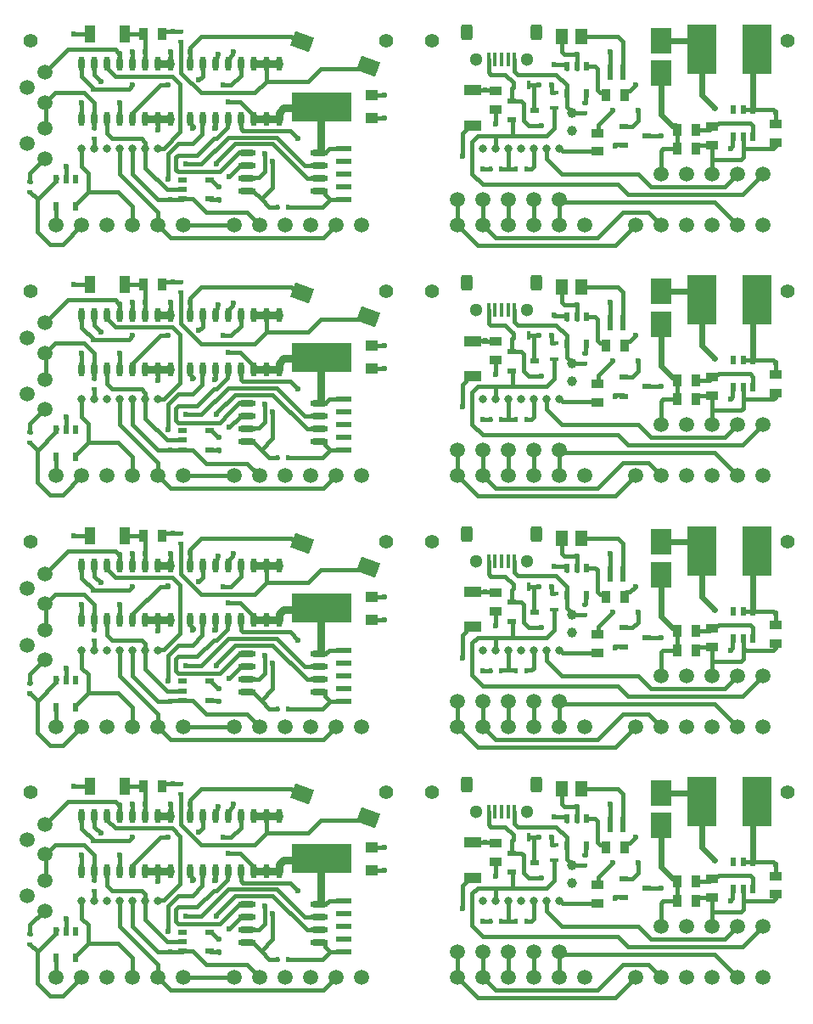
<source format=gtl>
G04*
G04 #@! TF.GenerationSoftware,Altium Limited,Altium Designer,20.2.7 (254)*
G04*
G04 Layer_Physical_Order=1*
G04 Layer_Color=255*
%FSLAX44Y44*%
%MOMM*%
G71*
G04*
G04 #@! TF.SameCoordinates,9E9914D9-28FD-47AE-AA4C-24E4B2164C89*
G04*
G04*
G04 #@! TF.FilePolarity,Positive*
G04*
G01*
G75*
%ADD11C,0.6000*%
%ADD16R,1.3000X0.9000*%
%ADD17R,0.4500X0.9000*%
%ADD18R,0.9000X0.4500*%
%ADD19R,0.9000X1.3000*%
%ADD20R,0.6000X0.9500*%
%ADD21R,0.9000X0.6000*%
%ADD22R,0.9500X0.6000*%
%ADD23O,1.8000X0.6000*%
%ADD24O,0.6000X1.4500*%
%ADD25R,1.2000X1.5240*%
%ADD26R,0.5500X1.5240*%
%ADD27R,3.0000X5.0000*%
%ADD28R,0.5500X0.4500*%
%ADD29R,0.4500X0.5500*%
G04:AMPARAMS|DCode=30|XSize=2mm|YSize=1.524mm|CornerRadius=0mm|HoleSize=0mm|Usage=FLASHONLY|Rotation=160.000|XOffset=0mm|YOffset=0mm|HoleType=Round|Shape=Rectangle|*
%AMROTATEDRECTD30*
4,1,4,1.2003,0.3740,0.6791,-1.0581,-1.2003,-0.3740,-0.6791,1.0581,1.2003,0.3740,0.0*
%
%ADD30ROTATEDRECTD30*%

%ADD31R,2.1500X2.5000*%
%ADD32R,1.0000X1.7500*%
%ADD33R,1.7500X1.0000*%
%ADD34R,0.4000X1.3500*%
%ADD35R,1.5240X0.5500*%
%ADD36R,1.2000X1.0000*%
%ADD37R,6.0000X3.0000*%
%ADD67C,0.4000*%
%ADD68C,0.8000*%
%ADD69C,1.5000*%
%ADD70C,1.0000*%
G04:AMPARAMS|DCode=71|XSize=1.2mm|YSize=1.6mm|CornerRadius=0.3mm|HoleSize=0mm|Usage=FLASHONLY|Rotation=180.000|XOffset=0mm|YOffset=0mm|HoleType=Round|Shape=RoundedRectangle|*
%AMROUNDEDRECTD71*
21,1,1.2000,1.0000,0,0,180.0*
21,1,0.6000,1.6000,0,0,180.0*
1,1,0.6000,-0.3000,0.5000*
1,1,0.6000,0.3000,0.5000*
1,1,0.6000,0.3000,-0.5000*
1,1,0.6000,-0.3000,-0.5000*
%
%ADD71ROUNDEDRECTD71*%
%ADD72C,1.3000*%
%ADD73C,0.8000*%
%ADD74C,0.6000*%
%ADD75C,1.4000*%
D11*
X672435Y144150D02*
X675950D01*
X677450Y140650D02*
Y142650D01*
X675950Y144150D02*
X677450Y142650D01*
X661300Y155285D02*
X672435Y144150D01*
X661300Y155285D02*
Y196790D01*
X752900Y160500D02*
Y216620D01*
X756940Y220660D01*
X668920Y229290D02*
X711083D01*
X701940Y220660D02*
Y223200D01*
Y174940D02*
Y220660D01*
Y174940D02*
X714640Y162240D01*
X672435Y894150D02*
X675950D01*
X677450Y892650D01*
Y890650D02*
Y892650D01*
X661300Y905285D02*
Y946790D01*
Y905285D02*
X672435Y894150D01*
X701940Y924940D02*
X714640Y912240D01*
X701940Y924940D02*
Y970660D01*
Y973200D01*
X668920Y979290D02*
X711083D01*
X752900Y910500D02*
Y966620D01*
X756940Y970660D01*
X672435Y644150D02*
X675950D01*
X677450Y642650D01*
Y640650D02*
Y642650D01*
X661300Y655285D02*
Y696790D01*
Y655285D02*
X672435Y644150D01*
X701940Y674940D02*
X714640Y662240D01*
X701940Y674940D02*
Y720660D01*
Y723200D01*
X668920Y729290D02*
X711083D01*
X752900Y660500D02*
Y716620D01*
X756940Y720660D01*
X672435Y394150D02*
X675950D01*
X677450Y392650D01*
Y390650D02*
Y392650D01*
X661300Y405285D02*
Y446790D01*
Y405285D02*
X672435Y394150D01*
X701940Y424940D02*
X714640Y412240D01*
X701940Y424940D02*
Y470660D01*
Y473200D01*
X668920Y479290D02*
X711083D01*
X752900Y410500D02*
Y466620D01*
X756940Y470660D01*
D16*
X775600Y377950D02*
D03*
Y396450D02*
D03*
Y627950D02*
D03*
Y646450D02*
D03*
Y877950D02*
D03*
Y896450D02*
D03*
X496200Y410610D02*
D03*
Y429110D02*
D03*
Y660610D02*
D03*
Y679110D02*
D03*
Y910610D02*
D03*
Y929110D02*
D03*
X597800Y368700D02*
D03*
Y387200D02*
D03*
Y618700D02*
D03*
Y637200D02*
D03*
Y868700D02*
D03*
Y887200D02*
D03*
X712100Y375050D02*
D03*
Y393550D02*
D03*
Y625050D02*
D03*
Y643550D02*
D03*
Y875050D02*
D03*
Y893550D02*
D03*
X597800Y118700D02*
D03*
X775600Y127950D02*
D03*
X496200Y160610D02*
D03*
X712100Y125050D02*
D03*
X775600Y146450D02*
D03*
X496200Y179110D02*
D03*
X712100Y143550D02*
D03*
X597800Y137200D02*
D03*
D17*
X513850Y435100D02*
D03*
X529350D02*
D03*
X513850Y685100D02*
D03*
X529350D02*
D03*
X513850Y935100D02*
D03*
X529350D02*
D03*
Y185100D02*
D03*
X513850D02*
D03*
D18*
X554620Y412110D02*
D03*
Y427610D02*
D03*
Y662110D02*
D03*
Y677610D02*
D03*
Y912110D02*
D03*
Y927610D02*
D03*
Y162110D02*
D03*
Y177610D02*
D03*
D19*
X695950Y371600D02*
D03*
X677450D02*
D03*
X695950Y621600D02*
D03*
X677450D02*
D03*
X695950Y871600D02*
D03*
X677450D02*
D03*
X145370Y485900D02*
D03*
X163870D02*
D03*
X145370Y735900D02*
D03*
X163870D02*
D03*
X145370Y985900D02*
D03*
X163870D02*
D03*
X624830Y424940D02*
D03*
X606330D02*
D03*
X624830Y674940D02*
D03*
X606330D02*
D03*
X624830Y924940D02*
D03*
X606330D02*
D03*
X695950Y390650D02*
D03*
X677450D02*
D03*
X695950Y640650D02*
D03*
X677450D02*
D03*
X695950Y890650D02*
D03*
X677450D02*
D03*
Y121600D02*
D03*
Y140650D02*
D03*
X695950Y121600D02*
D03*
X163870Y235900D02*
D03*
X145370D02*
D03*
X606330Y174940D02*
D03*
X695950Y140650D02*
D03*
X624830Y174940D02*
D03*
D20*
X586980Y426680D02*
D03*
X567980D02*
D03*
Y453680D02*
D03*
X577480D02*
D03*
X586980D02*
D03*
Y676680D02*
D03*
X567980D02*
D03*
Y703680D02*
D03*
X577480D02*
D03*
X586980D02*
D03*
Y926680D02*
D03*
X567980D02*
D03*
Y953680D02*
D03*
X577480D02*
D03*
X586980D02*
D03*
X733900Y410500D02*
D03*
X743400D02*
D03*
X752900D02*
D03*
Y383500D02*
D03*
X743400D02*
D03*
X733900D02*
D03*
Y660500D02*
D03*
X743400D02*
D03*
X752900D02*
D03*
Y633500D02*
D03*
X743400D02*
D03*
X733900D02*
D03*
Y910500D02*
D03*
X743400D02*
D03*
X752900D02*
D03*
Y883500D02*
D03*
X743400D02*
D03*
X733900D02*
D03*
X77150Y314450D02*
D03*
X58150D02*
D03*
Y341450D02*
D03*
X67650D02*
D03*
X77150D02*
D03*
Y564450D02*
D03*
X58150D02*
D03*
Y591450D02*
D03*
X67650D02*
D03*
X77150D02*
D03*
Y814450D02*
D03*
X58150D02*
D03*
Y841450D02*
D03*
X67650D02*
D03*
X77150D02*
D03*
Y64450D02*
D03*
X567980Y203680D02*
D03*
X58150Y64450D02*
D03*
X67650Y91450D02*
D03*
X577480Y203680D02*
D03*
X743400Y133500D02*
D03*
X58150Y91450D02*
D03*
X752900Y160500D02*
D03*
X743400D02*
D03*
X586980Y203680D02*
D03*
X567980Y176680D02*
D03*
X586980D02*
D03*
X733900Y133500D02*
D03*
X752900D02*
D03*
X733900Y160500D02*
D03*
X77150Y91450D02*
D03*
D21*
X535640Y409700D02*
D03*
X512640Y400200D02*
D03*
Y419200D02*
D03*
X535640Y659700D02*
D03*
X512640Y650200D02*
D03*
Y669200D02*
D03*
X535640Y909700D02*
D03*
X512640Y900200D02*
D03*
Y919200D02*
D03*
X647400Y384300D02*
D03*
X624400Y374800D02*
D03*
Y393800D02*
D03*
X647400Y634300D02*
D03*
X624400Y624800D02*
D03*
Y643800D02*
D03*
X647400Y884300D02*
D03*
X624400Y874800D02*
D03*
Y893800D02*
D03*
X512640Y150200D02*
D03*
X535640Y159700D02*
D03*
X624400Y124800D02*
D03*
X512640Y169200D02*
D03*
X647400Y134300D02*
D03*
X624400Y143800D02*
D03*
D22*
X211300Y340460D02*
D03*
Y321460D02*
D03*
X184300D02*
D03*
Y330960D02*
D03*
Y340460D02*
D03*
X211300Y590460D02*
D03*
Y571460D02*
D03*
X184300D02*
D03*
Y580960D02*
D03*
Y590460D02*
D03*
X211300Y840460D02*
D03*
Y821460D02*
D03*
X184300D02*
D03*
Y830960D02*
D03*
Y840460D02*
D03*
X211300Y90460D02*
D03*
X184300Y71460D02*
D03*
X211300D02*
D03*
X184300Y80960D02*
D03*
Y90460D02*
D03*
D23*
X248160Y367790D02*
D03*
Y355090D02*
D03*
Y342390D02*
D03*
Y329690D02*
D03*
X320160Y367790D02*
D03*
Y355090D02*
D03*
Y342390D02*
D03*
Y329690D02*
D03*
X248160Y617790D02*
D03*
Y605090D02*
D03*
Y592390D02*
D03*
Y579690D02*
D03*
X320160Y617790D02*
D03*
Y605090D02*
D03*
Y592390D02*
D03*
Y579690D02*
D03*
X248160Y867790D02*
D03*
Y855090D02*
D03*
Y842390D02*
D03*
Y829690D02*
D03*
X320160Y867790D02*
D03*
Y855090D02*
D03*
Y842390D02*
D03*
Y829690D02*
D03*
X248160Y79690D02*
D03*
X320160Y105090D02*
D03*
Y117790D02*
D03*
X248160D02*
D03*
Y105090D02*
D03*
Y92390D02*
D03*
X320160Y79690D02*
D03*
Y92390D02*
D03*
D24*
X280350Y456000D02*
D03*
X267650D02*
D03*
X254950D02*
D03*
X242250D02*
D03*
X229550D02*
D03*
X216850D02*
D03*
X204150D02*
D03*
X191450D02*
D03*
X280350Y401500D02*
D03*
X267650D02*
D03*
X254950D02*
D03*
X242250D02*
D03*
X229550D02*
D03*
X216850D02*
D03*
X204150D02*
D03*
X191450D02*
D03*
X280350Y706000D02*
D03*
X267650D02*
D03*
X254950D02*
D03*
X242250D02*
D03*
X229550D02*
D03*
X216850D02*
D03*
X204150D02*
D03*
X191450D02*
D03*
X280350Y651500D02*
D03*
X267650D02*
D03*
X254950D02*
D03*
X242250D02*
D03*
X229550D02*
D03*
X216850D02*
D03*
X204150D02*
D03*
X191450D02*
D03*
X280350Y956000D02*
D03*
X267650D02*
D03*
X254950D02*
D03*
X242250D02*
D03*
X229550D02*
D03*
X216850D02*
D03*
X204150D02*
D03*
X191450D02*
D03*
X280350Y901500D02*
D03*
X267650D02*
D03*
X254950D02*
D03*
X242250D02*
D03*
X229550D02*
D03*
X216850D02*
D03*
X204150D02*
D03*
X191450D02*
D03*
X172400Y456000D02*
D03*
X159700D02*
D03*
X147000D02*
D03*
X134300D02*
D03*
X121600D02*
D03*
X108900D02*
D03*
X96200D02*
D03*
X83500D02*
D03*
X172400Y401500D02*
D03*
X159700D02*
D03*
X147000D02*
D03*
X134300D02*
D03*
X121600D02*
D03*
X108900D02*
D03*
X96200D02*
D03*
X83500D02*
D03*
X172400Y706000D02*
D03*
X159700D02*
D03*
X147000D02*
D03*
X134300D02*
D03*
X121600D02*
D03*
X108900D02*
D03*
X96200D02*
D03*
X83500D02*
D03*
X172400Y651500D02*
D03*
X159700D02*
D03*
X147000D02*
D03*
X134300D02*
D03*
X121600D02*
D03*
X108900D02*
D03*
X96200D02*
D03*
X83500D02*
D03*
X172400Y956000D02*
D03*
X159700D02*
D03*
X147000D02*
D03*
X134300D02*
D03*
X121600D02*
D03*
X108900D02*
D03*
X96200D02*
D03*
X83500D02*
D03*
X172400Y901500D02*
D03*
X159700D02*
D03*
X147000D02*
D03*
X134300D02*
D03*
X121600D02*
D03*
X108900D02*
D03*
X96200D02*
D03*
X83500D02*
D03*
X191450Y206000D02*
D03*
X134300D02*
D03*
X83500D02*
D03*
X96200D02*
D03*
X83500Y151500D02*
D03*
X96200D02*
D03*
X242250Y206000D02*
D03*
X121600Y151500D02*
D03*
X229550Y206000D02*
D03*
X204150Y151500D02*
D03*
X108900Y206000D02*
D03*
X254950Y151500D02*
D03*
X267650D02*
D03*
X280350D02*
D03*
X147000D02*
D03*
X159700D02*
D03*
X172400D02*
D03*
X121600Y206000D02*
D03*
X191450Y151500D02*
D03*
X216850D02*
D03*
X147000Y206000D02*
D03*
X229550Y151500D02*
D03*
X204150Y206000D02*
D03*
X216850D02*
D03*
X280350D02*
D03*
X267650D02*
D03*
X254950D02*
D03*
X108900Y151500D02*
D03*
X134300D02*
D03*
X242250D02*
D03*
X172400Y206000D02*
D03*
X159700D02*
D03*
D25*
X582240Y483360D02*
D03*
X562240D02*
D03*
X582240Y733360D02*
D03*
X562240D02*
D03*
X582240Y983360D02*
D03*
X562240D02*
D03*
Y233360D02*
D03*
X582240D02*
D03*
D26*
X610500Y447800D02*
D03*
X623200D02*
D03*
X610500Y697800D02*
D03*
X623200D02*
D03*
X610500Y947800D02*
D03*
X623200D02*
D03*
X610500Y197800D02*
D03*
X623200D02*
D03*
D27*
X756940Y470660D02*
D03*
X701940D02*
D03*
X756940Y720660D02*
D03*
X701940D02*
D03*
X756940Y970660D02*
D03*
X701940D02*
D03*
X756940Y220660D02*
D03*
X701940D02*
D03*
D28*
X585100Y417240D02*
D03*
Y407240D02*
D03*
Y667240D02*
D03*
Y657240D02*
D03*
Y917240D02*
D03*
Y907240D02*
D03*
X96200Y391840D02*
D03*
Y381840D02*
D03*
Y641840D02*
D03*
Y631840D02*
D03*
Y891840D02*
D03*
Y881840D02*
D03*
X31430Y338580D02*
D03*
Y328580D02*
D03*
Y588580D02*
D03*
Y578580D02*
D03*
Y838580D02*
D03*
Y828580D02*
D03*
X182560Y478360D02*
D03*
Y488360D02*
D03*
Y728360D02*
D03*
Y738360D02*
D03*
Y978360D02*
D03*
Y988360D02*
D03*
X96200Y131840D02*
D03*
Y141840D02*
D03*
X31430Y78580D02*
D03*
X182560Y238360D02*
D03*
X585100Y157240D02*
D03*
Y167240D02*
D03*
X182560Y228360D02*
D03*
X31430Y88580D02*
D03*
D29*
X501280Y351280D02*
D03*
X491280D02*
D03*
X501280Y601280D02*
D03*
X491280D02*
D03*
X501280Y851280D02*
D03*
X491280D02*
D03*
X526600Y351280D02*
D03*
X516600D02*
D03*
X526600Y601280D02*
D03*
X516600D02*
D03*
X526600Y851280D02*
D03*
X516600D02*
D03*
X289160Y313180D02*
D03*
X279160D02*
D03*
X289160Y563180D02*
D03*
X279160D02*
D03*
X289160Y813180D02*
D03*
X279160D02*
D03*
Y63180D02*
D03*
X501280Y101280D02*
D03*
X516600D02*
D03*
X526600D02*
D03*
X491280D02*
D03*
X289160Y63180D02*
D03*
D30*
X369250Y454150D02*
D03*
X303472Y478091D02*
D03*
X369250Y704150D02*
D03*
X303472Y728091D02*
D03*
X369250Y954150D02*
D03*
X303472Y978091D02*
D03*
Y228091D02*
D03*
X369250Y204150D02*
D03*
D31*
X661300Y479290D02*
D03*
Y446790D02*
D03*
Y729290D02*
D03*
Y696790D02*
D03*
Y979290D02*
D03*
Y946790D02*
D03*
Y196790D02*
D03*
Y229290D02*
D03*
D32*
X91400Y485900D02*
D03*
X126400D02*
D03*
X91400Y735900D02*
D03*
X126400D02*
D03*
X91400Y985900D02*
D03*
X126400D02*
D03*
Y235900D02*
D03*
X91400D02*
D03*
D33*
X473340Y394740D02*
D03*
Y429740D02*
D03*
Y644740D02*
D03*
Y679740D02*
D03*
Y894740D02*
D03*
Y929740D02*
D03*
Y144740D02*
D03*
Y179740D02*
D03*
D34*
X515400Y460500D02*
D03*
X489400D02*
D03*
X495900D02*
D03*
X502400D02*
D03*
X508900D02*
D03*
X515400Y710500D02*
D03*
X489400D02*
D03*
X495900D02*
D03*
X502400D02*
D03*
X508900D02*
D03*
X515400Y960500D02*
D03*
X489400D02*
D03*
X495900D02*
D03*
X502400D02*
D03*
X508900D02*
D03*
X489400Y210500D02*
D03*
X515400D02*
D03*
X508900D02*
D03*
X502400D02*
D03*
X495900D02*
D03*
D35*
X345120Y358900D02*
D03*
Y346200D02*
D03*
Y333500D02*
D03*
Y320800D02*
D03*
Y371600D02*
D03*
Y608900D02*
D03*
Y596200D02*
D03*
Y583500D02*
D03*
Y570800D02*
D03*
Y621600D02*
D03*
Y858900D02*
D03*
Y846200D02*
D03*
Y833500D02*
D03*
Y820800D02*
D03*
Y871600D02*
D03*
Y83500D02*
D03*
Y121600D02*
D03*
Y108900D02*
D03*
Y96200D02*
D03*
Y70800D02*
D03*
D36*
X373060Y402080D02*
D03*
Y424940D02*
D03*
Y652080D02*
D03*
Y674940D02*
D03*
Y902080D02*
D03*
Y924940D02*
D03*
Y152080D02*
D03*
Y174940D02*
D03*
D37*
X323060Y413510D02*
D03*
Y663510D02*
D03*
Y913510D02*
D03*
Y163510D02*
D03*
D67*
X83500Y103820D02*
Y121600D01*
Y103820D02*
X89850Y97470D01*
Y78900D02*
Y97470D01*
X77150Y66200D02*
X89850Y78900D01*
X119850D01*
X77150Y64450D02*
Y66200D01*
X119850Y78900D02*
X134300Y64450D01*
Y45400D02*
Y64450D01*
X219580Y83500D02*
X220660D01*
X211960Y91120D02*
X219580Y83500D01*
X211300Y90460D02*
X211960Y91120D01*
X661300Y96200D02*
Y119257D01*
X663643Y121600D02*
X677450D01*
X661300Y119257D02*
X663643Y121600D01*
X677450D02*
Y142650D01*
X609750Y202130D02*
X610500Y202880D01*
Y218120D01*
X554620Y205420D02*
X554790Y205250D01*
X565620D01*
X567980Y202890D01*
Y201140D02*
Y202890D01*
X534365Y185100D02*
X539380D01*
X529350D02*
X534365D01*
Y160700D02*
Y185100D01*
X535365Y159700D02*
X535640D01*
X534365Y160700D02*
X535365Y159700D01*
X463180Y113980D02*
Y136660D01*
X471260Y144740D01*
X473340D01*
X614993Y125800D02*
X623400D01*
X624400Y124800D01*
X96200Y151500D02*
Y167320D01*
Y141840D02*
Y151500D01*
X86040Y177480D02*
X96200Y167320D01*
X56746Y177480D02*
X86040D01*
X47066Y167800D02*
X56746Y177480D01*
X47066Y167800D02*
X47940Y166926D01*
Y142774D02*
Y166926D01*
X46846Y141680D02*
X47940Y142774D01*
X203767Y136457D02*
Y151117D01*
X204150Y151500D01*
X193990Y126680D02*
X203767Y136457D01*
X180020Y126680D02*
X193990D01*
X169860Y116520D02*
X180020Y126680D01*
X169860Y91120D02*
Y116520D01*
X68260Y92060D02*
Y103820D01*
X67650Y91450D02*
X68260Y92060D01*
X597440Y119060D02*
X597800Y118700D01*
X563220Y119060D02*
X597440D01*
X560680Y121600D02*
X563220Y119060D01*
X559700Y121600D02*
X560680D01*
X775600Y146450D02*
Y158157D01*
X773257Y160500D02*
X775600Y158157D01*
X752900Y160500D02*
X773257D01*
X743400D02*
X752900D01*
X647400Y134300D02*
X661300D01*
X147000Y218120D02*
Y234270D01*
X145370Y235900D02*
X147000Y234270D01*
X126400Y235900D02*
X145370D01*
X146617Y217737D02*
X147000Y218120D01*
X146617Y211174D02*
Y217737D01*
Y211174D02*
X147000Y210791D01*
X586980Y203680D02*
X595457D01*
X597800Y201337D01*
Y180020D02*
Y201337D01*
X600340Y177480D02*
X606330D01*
X597800Y180020D02*
X600340Y177480D01*
X204150Y193990D02*
Y206000D01*
X200340Y190180D02*
X204150Y193990D01*
X200340Y190180D02*
Y190180D01*
X230820Y93660D02*
Y93750D01*
X241507Y104437D01*
X247507D01*
X248160Y105090D01*
X366710Y201610D02*
X369250Y204150D01*
X322260Y201610D02*
X366710D01*
X309560Y188910D02*
X322260Y201610D01*
X267650Y188910D02*
X309560D01*
X256050Y177310D02*
X267650Y188910D01*
Y206000D01*
X202547Y177310D02*
X256050D01*
X182560Y197297D02*
X202547Y177310D01*
X182560Y197297D02*
Y228360D01*
X582240Y233360D02*
X618120D01*
X623200Y228280D01*
Y202880D02*
Y228280D01*
X483500Y45400D02*
Y70800D01*
Y45400D02*
X496200Y32700D01*
X597800D01*
X623200Y58100D01*
X648600D01*
X661300Y45400D01*
X289160Y63180D02*
X323880D01*
X331500Y70800D01*
X326543Y75757D02*
X331500Y70800D01*
X345120D01*
X326543Y75757D02*
Y78766D01*
X325619Y79690D02*
X326543Y78766D01*
X320160Y79690D02*
X325619D01*
X291590Y139570D02*
X299400Y131760D01*
X244403Y139570D02*
X291590D01*
X242250Y141723D02*
X244403Y139570D01*
X242250Y141723D02*
Y151500D01*
X308290Y92390D02*
X320160D01*
X274190Y126490D02*
X308290Y92390D01*
X236621Y126490D02*
X274190D01*
X218120Y107989D02*
X236621Y126490D01*
X218120Y106360D02*
Y107989D01*
X75880Y235900D02*
X91400D01*
X172400Y206000D02*
Y218120D01*
X134300Y206000D02*
Y218120D01*
X130490Y181290D02*
X134300Y185100D01*
X95606Y181290D02*
X130490D01*
X191928Y218795D02*
Y222248D01*
X191450Y218317D02*
X191928Y218795D01*
Y222248D02*
X203040Y233360D01*
X191450Y206000D02*
Y218317D01*
X83500Y193396D02*
X95606Y181290D01*
X203040Y233360D02*
X292740D01*
X83500Y193396D02*
Y206000D01*
X292740Y233360D02*
X303148Y222951D01*
X96200Y121600D02*
Y131840D01*
X274000Y83020D02*
Y108900D01*
X262415Y71435D02*
X274000Y83020D01*
X262415Y71435D02*
X270670Y63180D01*
X254160Y79690D02*
X262415Y71435D01*
X270670Y63180D02*
X279160D01*
X248160Y79690D02*
X254160D01*
X513240Y134300D02*
Y149600D01*
X512640Y150200D02*
X513240Y149600D01*
Y134300D02*
X547000D01*
X496200D02*
X513240D01*
X547000D02*
X554620Y141920D01*
X478420Y134300D02*
X496200D01*
Y121600D02*
Y134300D01*
X554620Y141920D02*
Y162110D01*
X472867Y128747D02*
X478420Y134300D01*
X472867Y96673D02*
Y128747D01*
Y96673D02*
X483500Y86040D01*
X618120D01*
X628280Y75880D01*
X742580D01*
X762900Y96200D01*
X508900Y101408D02*
Y121600D01*
X501280Y101408D02*
X508900D01*
X516350D01*
Y101280D02*
Y101408D01*
X83500Y151500D02*
Y167320D01*
X695950Y121600D02*
Y122550D01*
X698450Y125050D01*
X712100D01*
Y110625D02*
Y125050D01*
Y96200D02*
Y110625D01*
X741507D01*
X743850Y112968D02*
Y123493D01*
X741507Y110625D02*
X743850Y112968D01*
Y123493D02*
X745743Y121600D01*
X743400Y123943D02*
X743850Y123493D01*
X743400Y123943D02*
Y133500D01*
X745743Y121600D02*
X773257D01*
X775600Y123943D01*
X564780Y215580D02*
X577480D01*
Y203680D02*
Y215580D01*
X562240Y218120D02*
X564780Y215580D01*
X562240Y218120D02*
Y233360D01*
X577480Y201140D02*
Y203680D01*
X534300Y121600D02*
X534993Y122293D01*
X534300Y103752D02*
Y121600D01*
X531957Y101409D02*
X534300Y103752D01*
X528813Y101409D02*
X531957D01*
X529220Y144460D02*
X541920D01*
X496200Y146090D02*
Y158327D01*
X524140Y149540D02*
X529220Y144460D01*
X524140Y149540D02*
Y166857D01*
X552120Y177860D02*
Y185060D01*
X552080Y185100D02*
X552120Y185060D01*
X521797Y169200D02*
X524140Y166857D01*
X512640Y169200D02*
X521797D01*
X552370Y177610D02*
X554620D01*
X552120Y177860D02*
X552370Y177610D01*
X512640Y169200D02*
Y181640D01*
X513850Y185100D02*
Y187350D01*
X512640Y181640D02*
X513850Y182850D01*
Y185100D01*
X505940Y195260D02*
X513850Y187350D01*
X491743Y195260D02*
X505940D01*
X489400Y197603D02*
X491743Y195260D01*
X489400Y197603D02*
Y210500D01*
X163870Y235900D02*
X166330Y238360D01*
X182560D01*
X117114Y220660D02*
X120924Y216850D01*
X121600D01*
Y206000D02*
Y216850D01*
X69926Y220660D02*
X117114D01*
X47066Y197800D02*
X69926Y220660D01*
X159700Y140650D02*
Y151500D01*
X229550Y168590D02*
X241569D01*
X253409Y156750D01*
X253409D02*
X254950Y155209D01*
X253409Y156750D02*
X253409D01*
X254950Y151500D02*
Y155209D01*
X134300Y96200D02*
Y121600D01*
Y96200D02*
X159700Y70800D01*
X172400D01*
X322260Y162240D02*
Y164780D01*
X172400Y70800D02*
X172730Y71130D01*
X183970D01*
X321336Y117790D02*
X326701D01*
X320160D02*
X321336D01*
X322260Y118714D01*
X326701Y117790D02*
X330511Y121600D01*
X183970Y71130D02*
X184300Y71460D01*
X194600D01*
X330511Y121600D02*
X340040D01*
X194600Y71460D02*
X208130Y57930D01*
X248770D01*
X64450Y26350D02*
X83500Y45400D01*
X248770Y57930D02*
X261300Y45400D01*
X51750Y26350D02*
X64450D01*
X39050Y39050D02*
X51750Y26350D01*
X39050Y39050D02*
Y70600D01*
Y71460D01*
X31930Y78580D02*
X39050Y71460D01*
Y70600D02*
X58150Y89700D01*
X31430Y78580D02*
X31930D01*
X30930D02*
X31430D01*
X30680Y78330D02*
X30930Y78580D01*
X58150Y89700D02*
Y91450D01*
X59150Y92450D01*
X191450Y146709D02*
X194782Y143377D01*
X191450Y146709D02*
Y151500D01*
X194782Y142712D02*
Y143377D01*
X193990Y141920D02*
X194782Y142712D01*
X752900Y133500D02*
Y144300D01*
X750200Y147000D02*
X752900Y144300D01*
X718943Y147000D02*
X750200D01*
X717993Y146050D02*
X718943Y147000D01*
X714600Y146050D02*
X717993D01*
X712100Y143550D02*
X714600Y146050D01*
X695950Y140650D02*
X709825D01*
X458100Y45400D02*
X478420Y25080D01*
X458100Y45400D02*
Y70800D01*
X478420Y25080D02*
X615580D01*
X635900Y45400D01*
X561307Y69193D02*
X565310D01*
X566243Y68260D01*
X559700Y70800D02*
X561307Y69193D01*
X559700Y45400D02*
Y70800D01*
X566243Y68260D02*
X714640D01*
X737500Y45400D01*
X597800Y137200D02*
X598697Y138097D01*
Y145357D01*
X613040Y159700D01*
Y159700D01*
X638440Y149540D02*
Y159700D01*
X632700Y143800D02*
X638440Y149540D01*
X624400Y143800D02*
X632700D01*
X324800Y32700D02*
X337500Y45400D01*
X172400Y32700D02*
X324800D01*
X159700Y45400D02*
X172400Y32700D01*
X159700Y45400D02*
Y58100D01*
X121600Y96200D02*
X159700Y58100D01*
X121600Y96200D02*
Y121600D01*
X162240Y185100D02*
X169690D01*
X169860Y185270D01*
X135300Y158160D02*
X162240Y185100D01*
X135300Y157291D02*
Y158160D01*
X134300Y156291D02*
X135300Y157291D01*
X134300Y151500D02*
Y156291D01*
X185100Y45400D02*
X235900D01*
X159700Y121600D02*
X160097Y121997D01*
X165177D01*
X181375Y138195D01*
Y186285D01*
X173670Y193990D02*
X181375Y186285D01*
X117201Y193990D02*
X173670D01*
X108900Y202291D02*
X117201Y193990D01*
X108900Y202291D02*
Y206000D01*
X216607Y141750D02*
X216728Y141872D01*
Y151378D01*
X216850Y151500D01*
X731150Y122276D02*
X732900Y124026D01*
X731150Y121600D02*
Y122276D01*
X732900Y124026D02*
Y132500D01*
X733900Y133500D01*
X240184Y117407D02*
X247777D01*
X248160Y117790D01*
X230820Y108043D02*
X240184Y117407D01*
X230820Y108043D02*
Y108043D01*
X221347Y98570D02*
X230820Y108043D01*
X179823Y98570D02*
X221347D01*
X177480Y100913D02*
X179823Y98570D01*
X177480Y100913D02*
Y112907D01*
X179823Y115250D01*
X198553D01*
X215063Y131760D01*
X218120D01*
X229167Y142807D01*
Y151117D01*
X229550Y151500D01*
X534300Y45400D02*
Y70800D01*
X630240Y179440D02*
X635900Y185100D01*
X624830Y177480D02*
X626790Y179440D01*
X630240D01*
X58125Y64425D02*
X58150Y64450D01*
X58125Y45425D02*
Y64425D01*
X58100Y45400D02*
X58125Y45425D01*
X234152Y215393D02*
Y217472D01*
X234630Y217950D01*
X229550Y210791D02*
X234152Y215393D01*
X229550Y206000D02*
Y210791D01*
X286700Y45400D02*
X287100Y45800D01*
X219772Y71130D02*
X220660Y70242D01*
Y70800D01*
X211630Y71130D02*
X219772D01*
X211300Y71460D02*
X211630Y71130D01*
X483500Y179880D02*
X493520D01*
X493660Y180020D01*
X473620D02*
X486040D01*
X473340Y179740D02*
X473620Y180020D01*
X483500Y101280D02*
X491280D01*
X572400Y157160D02*
X572440Y157200D01*
X567980Y163204D02*
X572400Y158784D01*
Y157160D02*
Y158784D01*
X572440Y157200D02*
X585060D01*
X567980Y163204D02*
Y174140D01*
X585060Y157200D02*
X585100Y157240D01*
X567320Y174800D02*
Y185100D01*
X567980Y174140D02*
Y176680D01*
X556990Y195430D02*
X567320Y185100D01*
X518892Y195430D02*
X556990D01*
X515400Y198922D02*
X518892Y195430D01*
X515400Y198922D02*
Y210500D01*
X508900Y45400D02*
Y70800D01*
X45640Y111680D02*
X46846D01*
X31430Y97470D02*
X45640Y111680D01*
X31430Y88580D02*
Y97470D01*
X31903Y88580D02*
X32153Y88830D01*
X31430Y88580D02*
X31903D01*
X147000Y121600D02*
Y127950D01*
Y102550D02*
Y121600D01*
X143190Y131760D02*
X147000Y127950D01*
Y102550D02*
X168590Y80960D01*
X113980Y131760D02*
X143190D01*
X168590Y80960D02*
X184300D01*
X108900Y136840D02*
X113980Y131760D01*
X108900Y136840D02*
Y151500D01*
X96200Y195260D02*
Y206000D01*
Y195260D02*
X102550Y188910D01*
X187640Y106360D02*
X202880D01*
X229550Y133030D01*
X277810D01*
X305750Y105090D01*
X320160D01*
X585980Y175680D02*
X586980Y176680D01*
X585980Y168120D02*
Y175680D01*
X586855Y174015D02*
X586980Y174140D01*
X585100Y167240D02*
X585600D01*
X585850Y167490D01*
Y167990D01*
X585980Y168120D01*
X584600Y167240D02*
X585100D01*
X248160Y92390D02*
X248543Y92773D01*
X260413D01*
X266380Y98740D01*
Y116520D01*
X218912Y215102D02*
X219390Y215580D01*
X216850Y210791D02*
X218912Y212853D01*
Y215102D01*
X216850Y206000D02*
Y210791D01*
X242250Y194679D02*
Y206000D01*
X232671Y185100D02*
X242250Y194679D01*
X224470Y185100D02*
X232671D01*
X121600Y151500D02*
Y167320D01*
X724800Y83500D02*
X737500Y96200D01*
X651140Y83500D02*
X724800D01*
X638440Y96200D02*
X651140Y83500D01*
X562240Y96200D02*
X638440D01*
X547000Y111440D02*
X562240Y96200D01*
X547000Y111440D02*
Y121600D01*
X458100Y795400D02*
Y820800D01*
X483500Y795400D02*
Y820800D01*
X508900Y795400D02*
Y820800D01*
X534300Y795400D02*
Y820800D01*
X559700Y795400D02*
Y820800D01*
X483500Y795400D02*
X496200Y782700D01*
X597800D01*
X623200Y808100D01*
X648600D01*
X661300Y795400D01*
X478420Y775080D02*
X615580D01*
X635900Y795400D01*
X458100D02*
X478420Y775080D01*
X743400Y910500D02*
X752900D01*
X661300Y869257D02*
X663643Y871600D01*
X677450D01*
X661300Y846200D02*
Y869257D01*
X743400Y873943D02*
Y883500D01*
X773257Y871600D02*
X775600Y873943D01*
X745743Y871600D02*
X773257D01*
X732900Y882500D02*
X733900Y883500D01*
X750200Y897000D02*
X752900Y894300D01*
Y883500D02*
Y894300D01*
X743400Y873943D02*
X743850Y873493D01*
X745743Y871600D01*
X695950Y890650D02*
X709825D01*
X712100Y893550D02*
X714600Y896050D01*
X718943Y897000D02*
X750200D01*
X714600Y896050D02*
X717993D01*
X718943Y897000D01*
X698450Y875050D02*
X712100D01*
X695950Y872550D02*
X698450Y875050D01*
X695950Y871600D02*
Y872550D01*
X712100Y860625D02*
Y875050D01*
Y860625D02*
X741507D01*
X743850Y862968D01*
X712100Y846200D02*
Y860625D01*
X743850Y862968D02*
Y873493D01*
X647400Y884300D02*
X661300D01*
X773257Y910500D02*
X775600Y908157D01*
Y896450D02*
Y908157D01*
X623400Y875800D02*
X624400Y874800D01*
Y893800D02*
X632700D01*
X651140Y833500D02*
X724800D01*
X737500Y846200D01*
X732900Y874026D02*
Y882500D01*
X731150Y871600D02*
Y872277D01*
X732900Y874026D01*
X638440Y846200D02*
X651140Y833500D01*
X562240Y846200D02*
X638440D01*
X547000Y861440D02*
Y871600D01*
Y861440D02*
X562240Y846200D01*
X566243Y818260D02*
X714640D01*
X565310Y819193D02*
X566243Y818260D01*
X561307Y819193D02*
X565310D01*
X559700Y820800D02*
X561307Y819193D01*
X714640Y818260D02*
X737500Y795400D01*
X618120Y836040D02*
X628280Y825880D01*
X742580D01*
X762900Y846200D01*
X586855Y924015D02*
X586980Y924140D01*
X559700Y871600D02*
X560680D01*
X563220Y869060D01*
X597440D01*
X597800Y868700D01*
X584600Y917240D02*
X585100D01*
X618120Y983360D02*
X623200Y978280D01*
X582240Y983360D02*
X618120D01*
X623200Y952880D02*
Y978280D01*
X677450Y871600D02*
Y892650D01*
X562240Y968120D02*
X564780Y965580D01*
X577480D01*
X562240Y968120D02*
Y983360D01*
X471260Y894740D02*
X473340D01*
X493520Y929880D02*
X493660Y930020D01*
X513850Y932850D02*
Y935100D01*
X512640Y931640D02*
X513850Y932850D01*
X512640Y919200D02*
Y931640D01*
X505940Y945260D02*
X513850Y937350D01*
Y935100D02*
Y937350D01*
X534300Y871600D02*
X534993Y872293D01*
X515400Y948922D02*
Y960500D01*
Y948922D02*
X518892Y945430D01*
X534365Y910700D02*
X535365Y909700D01*
X535640D01*
X529350Y935100D02*
X534365D01*
X539380D01*
X554620Y955420D02*
X554790Y955250D01*
X567980Y951140D02*
Y952890D01*
X483500Y929880D02*
X493520D01*
X521797Y919200D02*
X524140Y916857D01*
X512640Y919200D02*
X521797D01*
X489400Y947603D02*
Y960500D01*
Y947603D02*
X491743Y945260D01*
X505940D01*
X473620Y930020D02*
X486040D01*
X473340Y929740D02*
X473620Y930020D01*
X554790Y955250D02*
X565620D01*
X534365Y910700D02*
Y935100D01*
X614993Y875800D02*
X623400D01*
X565620Y955250D02*
X567980Y952890D01*
X508900Y851408D02*
Y871600D01*
X528813Y851408D02*
X531957D01*
X534300Y853752D01*
Y871600D01*
X572400Y907160D02*
Y908784D01*
X567980Y913204D02*
X572400Y908784D01*
X567980Y913204D02*
Y924140D01*
Y926680D01*
X585060Y907200D02*
X585100Y907240D01*
X572440Y907200D02*
X585060D01*
X572400Y907160D02*
X572440Y907200D01*
X585980Y925680D02*
X586980Y926680D01*
X585980Y918120D02*
Y925680D01*
X585850Y917990D02*
X585980Y918120D01*
X585850Y917490D02*
Y917990D01*
X585600Y917240D02*
X585850Y917490D01*
X585100Y917240D02*
X585600D01*
X496200Y896090D02*
Y908327D01*
X554620Y891920D02*
Y912110D01*
X547000Y884300D02*
X554620Y891920D01*
X524140Y899540D02*
X529220Y894460D01*
X524140Y899540D02*
Y916857D01*
X529220Y894460D02*
X541920D01*
X595457Y953680D02*
X597800Y951337D01*
X586980Y953680D02*
X595457D01*
X597800Y930020D02*
Y951337D01*
Y930020D02*
X600340Y927480D01*
X606330D01*
X577480Y951140D02*
Y953680D01*
Y965580D01*
X556990Y945430D02*
X567320Y935100D01*
X518892Y945430D02*
X556990D01*
X567320Y924800D02*
Y935100D01*
X632700Y893800D02*
X638440Y899540D01*
Y909700D01*
X609750Y952130D02*
X610500Y952880D01*
Y968120D01*
X552080Y935100D02*
X552120Y935060D01*
Y927860D02*
Y935060D01*
Y927860D02*
X552370Y927610D01*
X554620D01*
X512640Y900200D02*
X513240Y899600D01*
Y884300D02*
X547000D01*
X513240D02*
Y899600D01*
X501280Y851408D02*
X508900D01*
X516350D01*
Y851280D02*
Y851408D01*
X483500Y851280D02*
X491280D01*
X463180Y863980D02*
Y886660D01*
X471260Y894740D01*
X472867Y846674D02*
X483500Y836040D01*
X618120D01*
X472867Y846674D02*
Y878746D01*
X496200Y871600D02*
Y884300D01*
X472867Y878746D02*
X478420Y884300D01*
X496200D01*
X513240D01*
X598697Y895357D02*
X613040Y909700D01*
X598697Y888097D02*
Y895357D01*
X597800Y887200D02*
X598697Y888097D01*
X613040Y909700D02*
Y909700D01*
X626790Y929440D02*
X630240D01*
X635900Y935100D01*
X624830Y927480D02*
X626790Y929440D01*
X752900Y910500D02*
X773257D01*
X458100Y545400D02*
Y570800D01*
X483500Y545400D02*
Y570800D01*
X508900Y545400D02*
Y570800D01*
X534300Y545400D02*
Y570800D01*
X559700Y545400D02*
Y570800D01*
X483500Y545400D02*
X496200Y532700D01*
X597800D01*
X623200Y558100D01*
X648600D01*
X661300Y545400D01*
X478420Y525080D02*
X615580D01*
X635900Y545400D01*
X458100D02*
X478420Y525080D01*
X743400Y660500D02*
X752900D01*
X661300Y619257D02*
X663643Y621600D01*
X677450D01*
X661300Y596200D02*
Y619257D01*
X743400Y623943D02*
Y633500D01*
X773257Y621600D02*
X775600Y623943D01*
X745743Y621600D02*
X773257D01*
X732900Y632500D02*
X733900Y633500D01*
X750200Y647000D02*
X752900Y644300D01*
Y633500D02*
Y644300D01*
X743400Y623943D02*
X743850Y623493D01*
X745743Y621600D01*
X695950Y640650D02*
X709825D01*
X712100Y643550D02*
X714600Y646050D01*
X718943Y647000D02*
X750200D01*
X714600Y646050D02*
X717993D01*
X718943Y647000D01*
X698450Y625050D02*
X712100D01*
X695950Y622550D02*
X698450Y625050D01*
X695950Y621600D02*
Y622550D01*
X712100Y610625D02*
Y625050D01*
Y610625D02*
X741507D01*
X743850Y612968D01*
X712100Y596200D02*
Y610625D01*
X743850Y612968D02*
Y623493D01*
X647400Y634300D02*
X661300D01*
X773257Y660500D02*
X775600Y658157D01*
Y646450D02*
Y658157D01*
X623400Y625800D02*
X624400Y624800D01*
Y643800D02*
X632700D01*
X651140Y583500D02*
X724800D01*
X737500Y596200D01*
X732900Y624026D02*
Y632500D01*
X731150Y621600D02*
Y622276D01*
X732900Y624026D01*
X638440Y596200D02*
X651140Y583500D01*
X562240Y596200D02*
X638440D01*
X547000Y611440D02*
Y621600D01*
Y611440D02*
X562240Y596200D01*
X566243Y568260D02*
X714640D01*
X565310Y569193D02*
X566243Y568260D01*
X561307Y569193D02*
X565310D01*
X559700Y570800D02*
X561307Y569193D01*
X714640Y568260D02*
X737500Y545400D01*
X618120Y586040D02*
X628280Y575880D01*
X742580D01*
X762900Y596200D01*
X586855Y674015D02*
X586980Y674140D01*
X559700Y621600D02*
X560680D01*
X563220Y619060D01*
X597440D01*
X597800Y618700D01*
X584600Y667240D02*
X585100D01*
X618120Y733360D02*
X623200Y728280D01*
X582240Y733360D02*
X618120D01*
X623200Y702880D02*
Y728280D01*
X677450Y621600D02*
Y642650D01*
X562240Y718120D02*
X564780Y715580D01*
X577480D01*
X562240Y718120D02*
Y733360D01*
X471260Y644740D02*
X473340D01*
X493520Y679880D02*
X493660Y680020D01*
X513850Y682850D02*
Y685100D01*
X512640Y681640D02*
X513850Y682850D01*
X512640Y669200D02*
Y681640D01*
X505940Y695260D02*
X513850Y687350D01*
Y685100D02*
Y687350D01*
X534300Y621600D02*
X534993Y622293D01*
X515400Y698922D02*
Y710500D01*
Y698922D02*
X518892Y695430D01*
X534365Y660700D02*
X535365Y659700D01*
X535640D01*
X529350Y685100D02*
X534365D01*
X539380D01*
X554620Y705420D02*
X554790Y705250D01*
X567980Y701140D02*
Y702890D01*
X483500Y679880D02*
X493520D01*
X521797Y669200D02*
X524140Y666857D01*
X512640Y669200D02*
X521797D01*
X489400Y697603D02*
Y710500D01*
Y697603D02*
X491743Y695260D01*
X505940D01*
X473620Y680020D02*
X486040D01*
X473340Y679740D02*
X473620Y680020D01*
X554790Y705250D02*
X565620D01*
X534365Y660700D02*
Y685100D01*
X614993Y625800D02*
X623400D01*
X565620Y705250D02*
X567980Y702890D01*
X508900Y601408D02*
Y621600D01*
X528813Y601408D02*
X531957D01*
X534300Y603752D01*
Y621600D01*
X572400Y657160D02*
Y658784D01*
X567980Y663204D02*
X572400Y658784D01*
X567980Y663204D02*
Y674140D01*
Y676680D01*
X585060Y657200D02*
X585100Y657240D01*
X572440Y657200D02*
X585060D01*
X572400Y657160D02*
X572440Y657200D01*
X585980Y675680D02*
X586980Y676680D01*
X585980Y668120D02*
Y675680D01*
X585850Y667990D02*
X585980Y668120D01*
X585850Y667490D02*
Y667990D01*
X585600Y667240D02*
X585850Y667490D01*
X585100Y667240D02*
X585600D01*
X496200Y646090D02*
Y658327D01*
X554620Y641920D02*
Y662110D01*
X547000Y634300D02*
X554620Y641920D01*
X524140Y649540D02*
X529220Y644460D01*
X524140Y649540D02*
Y666857D01*
X529220Y644460D02*
X541920D01*
X595457Y703680D02*
X597800Y701337D01*
X586980Y703680D02*
X595457D01*
X597800Y680020D02*
Y701337D01*
Y680020D02*
X600340Y677480D01*
X606330D01*
X577480Y701140D02*
Y703680D01*
Y715580D01*
X556990Y695430D02*
X567320Y685100D01*
X518892Y695430D02*
X556990D01*
X567320Y674800D02*
Y685100D01*
X632700Y643800D02*
X638440Y649540D01*
Y659700D01*
X609750Y702130D02*
X610500Y702880D01*
Y718120D01*
X552080Y685100D02*
X552120Y685060D01*
Y677860D02*
Y685060D01*
Y677860D02*
X552370Y677610D01*
X554620D01*
X512640Y650200D02*
X513240Y649600D01*
Y634300D02*
X547000D01*
X513240D02*
Y649600D01*
X501280Y601408D02*
X508900D01*
X516350D01*
Y601280D02*
Y601408D01*
X483500Y601280D02*
X491280D01*
X463180Y613980D02*
Y636660D01*
X471260Y644740D01*
X472867Y596674D02*
X483500Y586040D01*
X618120D01*
X472867Y596674D02*
Y628746D01*
X496200Y621600D02*
Y634300D01*
X472867Y628746D02*
X478420Y634300D01*
X496200D01*
X513240D01*
X598697Y645357D02*
X613040Y659700D01*
X598697Y638097D02*
Y645357D01*
X597800Y637200D02*
X598697Y638097D01*
X613040Y659700D02*
Y659700D01*
X626790Y679440D02*
X630240D01*
X635900Y685100D01*
X624830Y677480D02*
X626790Y679440D01*
X752900Y660500D02*
X773257D01*
X458100Y295400D02*
Y320800D01*
X483500Y295400D02*
Y320800D01*
X508900Y295400D02*
Y320800D01*
X534300Y295400D02*
Y320800D01*
X559700Y295400D02*
Y320800D01*
X483500Y295400D02*
X496200Y282700D01*
X597800D01*
X623200Y308100D01*
X648600D01*
X661300Y295400D01*
X478420Y275080D02*
X615580D01*
X635900Y295400D01*
X458100D02*
X478420Y275080D01*
X743400Y410500D02*
X752900D01*
X661300Y369257D02*
X663643Y371600D01*
X677450D01*
X661300Y346200D02*
Y369257D01*
X743400Y373943D02*
Y383500D01*
X773257Y371600D02*
X775600Y373943D01*
X745743Y371600D02*
X773257D01*
X732900Y382500D02*
X733900Y383500D01*
X750200Y397000D02*
X752900Y394300D01*
Y383500D02*
Y394300D01*
X743400Y373943D02*
X743850Y373493D01*
X745743Y371600D01*
X695950Y390650D02*
X709825D01*
X712100Y393550D02*
X714600Y396050D01*
X718943Y397000D02*
X750200D01*
X714600Y396050D02*
X717993D01*
X718943Y397000D01*
X698450Y375050D02*
X712100D01*
X695950Y372550D02*
X698450Y375050D01*
X695950Y371600D02*
Y372550D01*
X712100Y360625D02*
Y375050D01*
Y360625D02*
X741507D01*
X743850Y362968D01*
X712100Y346200D02*
Y360625D01*
X743850Y362968D02*
Y373493D01*
X647400Y384300D02*
X661300D01*
X773257Y410500D02*
X775600Y408157D01*
Y396450D02*
Y408157D01*
X623400Y375800D02*
X624400Y374800D01*
Y393800D02*
X632700D01*
X651140Y333500D02*
X724800D01*
X737500Y346200D01*
X732900Y374026D02*
Y382500D01*
X731150Y371600D02*
Y372276D01*
X732900Y374026D01*
X638440Y346200D02*
X651140Y333500D01*
X562240Y346200D02*
X638440D01*
X547000Y361440D02*
Y371600D01*
Y361440D02*
X562240Y346200D01*
X566243Y318260D02*
X714640D01*
X565310Y319193D02*
X566243Y318260D01*
X561307Y319193D02*
X565310D01*
X559700Y320800D02*
X561307Y319193D01*
X714640Y318260D02*
X737500Y295400D01*
X618120Y336040D02*
X628280Y325880D01*
X742580D01*
X762900Y346200D01*
X586855Y424015D02*
X586980Y424140D01*
X559700Y371600D02*
X560680D01*
X563220Y369060D01*
X597440D01*
X597800Y368700D01*
X584600Y417240D02*
X585100D01*
X618120Y483360D02*
X623200Y478280D01*
X582240Y483360D02*
X618120D01*
X623200Y452880D02*
Y478280D01*
X677450Y371600D02*
Y392650D01*
X562240Y468120D02*
X564780Y465580D01*
X577480D01*
X562240Y468120D02*
Y483360D01*
X471260Y394740D02*
X473340D01*
X493520Y429880D02*
X493660Y430020D01*
X513850Y432850D02*
Y435100D01*
X512640Y431640D02*
X513850Y432850D01*
X512640Y419200D02*
Y431640D01*
X505940Y445260D02*
X513850Y437350D01*
Y435100D02*
Y437350D01*
X534300Y371600D02*
X534993Y372293D01*
X515400Y448922D02*
Y460500D01*
Y448922D02*
X518892Y445430D01*
X534365Y410700D02*
X535365Y409700D01*
X535640D01*
X529350Y435100D02*
X534365D01*
X539380D01*
X554620Y455420D02*
X554790Y455250D01*
X567980Y451140D02*
Y452890D01*
X483500Y429880D02*
X493520D01*
X521797Y419200D02*
X524140Y416857D01*
X512640Y419200D02*
X521797D01*
X489400Y447603D02*
Y460500D01*
Y447603D02*
X491743Y445260D01*
X505940D01*
X473620Y430020D02*
X486040D01*
X473340Y429740D02*
X473620Y430020D01*
X554790Y455250D02*
X565620D01*
X534365Y410700D02*
Y435100D01*
X614993Y375800D02*
X623400D01*
X565620Y455250D02*
X567980Y452890D01*
X508900Y351408D02*
Y371600D01*
X528813Y351409D02*
X531957D01*
X534300Y353752D01*
Y371600D01*
X572400Y407160D02*
Y408784D01*
X567980Y413204D02*
X572400Y408784D01*
X567980Y413204D02*
Y424140D01*
Y426680D01*
X585060Y407200D02*
X585100Y407240D01*
X572440Y407200D02*
X585060D01*
X572400Y407160D02*
X572440Y407200D01*
X585980Y425680D02*
X586980Y426680D01*
X585980Y418120D02*
Y425680D01*
X585850Y417990D02*
X585980Y418120D01*
X585850Y417490D02*
Y417990D01*
X585600Y417240D02*
X585850Y417490D01*
X585100Y417240D02*
X585600D01*
X496200Y396090D02*
Y408327D01*
X554620Y391920D02*
Y412110D01*
X547000Y384300D02*
X554620Y391920D01*
X524140Y399540D02*
X529220Y394460D01*
X524140Y399540D02*
Y416857D01*
X529220Y394460D02*
X541920D01*
X595457Y453680D02*
X597800Y451337D01*
X586980Y453680D02*
X595457D01*
X597800Y430020D02*
Y451337D01*
Y430020D02*
X600340Y427480D01*
X606330D01*
X577480Y451140D02*
Y453680D01*
Y465580D01*
X556990Y445430D02*
X567320Y435100D01*
X518892Y445430D02*
X556990D01*
X567320Y424800D02*
Y435100D01*
X632700Y393800D02*
X638440Y399540D01*
Y409700D01*
X609750Y452130D02*
X610500Y452880D01*
Y468120D01*
X552080Y435100D02*
X552120Y435060D01*
Y427860D02*
Y435060D01*
Y427860D02*
X552370Y427610D01*
X554620D01*
X512640Y400200D02*
X513240Y399600D01*
Y384300D02*
X547000D01*
X513240D02*
Y399600D01*
X501280Y351408D02*
X508900D01*
X516350D01*
Y351280D02*
Y351408D01*
X483500Y351280D02*
X491280D01*
X463180Y363980D02*
Y386660D01*
X471260Y394740D01*
X472867Y346674D02*
X483500Y336040D01*
X618120D01*
X472867Y346674D02*
Y378746D01*
X496200Y371600D02*
Y384300D01*
X472867Y378746D02*
X478420Y384300D01*
X496200D01*
X513240D01*
X598697Y395357D02*
X613040Y409700D01*
X598697Y388097D02*
Y395357D01*
X597800Y387200D02*
X598697Y388097D01*
X613040Y409700D02*
Y409700D01*
X626790Y429440D02*
X630240D01*
X635900Y435100D01*
X624830Y427480D02*
X626790Y429440D01*
X752900Y410500D02*
X773257D01*
X185100Y795400D02*
X235900D01*
X159700D02*
X172400Y782700D01*
X324800D01*
X337500Y795400D01*
X58100D02*
X58125Y795425D01*
Y814425D01*
X58150Y814450D01*
Y841450D02*
X59150Y842450D01*
X77150Y816200D02*
X89850Y828900D01*
X77150Y814450D02*
Y816200D01*
X119850Y828900D02*
X134300Y814450D01*
X89850Y828900D02*
X119850D01*
X134300Y795400D02*
Y814450D01*
X58150Y839700D02*
Y841450D01*
X39050Y820600D02*
X58150Y839700D01*
X39050Y789050D02*
Y820600D01*
Y789050D02*
X51750Y776350D01*
X64450D01*
X83500Y795400D01*
X286700D02*
X287100Y795800D01*
X121600Y846200D02*
Y871600D01*
Y846200D02*
X159700Y808100D01*
Y795400D02*
Y808100D01*
X134300Y846200D02*
X159700Y820800D01*
X172400D01*
X159700Y890650D02*
Y901500D01*
X121600Y956000D02*
Y966850D01*
X30680Y828330D02*
X30930Y828580D01*
X31430D01*
X96200Y871600D02*
Y881840D01*
X120924Y966850D02*
X121600D01*
X117114Y970660D02*
X120924Y966850D01*
X121600Y901500D02*
Y917320D01*
X191450Y956000D02*
Y968317D01*
X134300Y956000D02*
Y968120D01*
X143190Y881760D02*
X147000Y877950D01*
X108900Y886840D02*
Y901500D01*
Y886840D02*
X113980Y881760D01*
X143190D01*
X147000Y871600D02*
Y877950D01*
X172400Y820800D02*
X172730Y821130D01*
X183970D01*
X184300Y821460D01*
X194600D01*
X325619Y829690D02*
X326543Y828766D01*
Y825757D02*
Y828766D01*
Y825757D02*
X331500Y820800D01*
X345120D01*
X326701Y867790D02*
X330511Y871600D01*
X340040D01*
X320160Y829690D02*
X325619D01*
X248770Y807930D02*
X261300Y795400D01*
X208130Y807930D02*
X248770D01*
X194600Y821460D02*
X208130Y807930D01*
X220660Y820242D02*
Y820800D01*
X211630Y821130D02*
X219772D01*
X211300Y821460D02*
X211630Y821130D01*
X219772D02*
X220660Y820242D01*
X219580Y833500D02*
X220660D01*
X211300Y840460D02*
X211960Y841120D01*
X219580Y833500D01*
X203767Y901117D02*
X204150Y901500D01*
X248160Y829690D02*
X254160D01*
X270670Y813180D02*
X279160D01*
X323880D02*
X331500Y820800D01*
X289160Y813180D02*
X323880D01*
X134300Y901500D02*
Y906291D01*
X135300Y907291D01*
Y908160D01*
X191450Y968317D02*
X191928Y968795D01*
Y972248D01*
X203040Y983360D01*
X267650Y938910D02*
Y956000D01*
X163870Y985900D02*
X166330Y988360D01*
X126400Y985900D02*
X145370D01*
X31430Y838580D02*
X31903D01*
X32153Y838830D01*
X321336Y867790D02*
X322260Y868714D01*
X320160Y867790D02*
X321336D01*
X326701D01*
X305750Y855090D02*
X320160D01*
X308290Y842390D02*
X320160D01*
X262415Y821435D02*
X274000Y833020D01*
Y858900D01*
X254160Y829690D02*
X262415Y821435D01*
X270670Y813180D01*
X229167Y901117D02*
X229550Y901500D01*
X247777Y867407D02*
X248160Y867790D01*
X218120Y881760D02*
X229167Y892807D01*
Y901117D01*
X242250Y891723D02*
Y901500D01*
X229550Y883030D02*
X277810D01*
X305750Y855090D01*
X248543Y842773D02*
X260413D01*
X248160Y842390D02*
X248543Y842773D01*
X230820Y843750D02*
X241507Y854437D01*
X247507D01*
X248160Y855090D01*
X215063Y881760D02*
X218120D01*
X202880Y856360D02*
X229550Y883030D01*
X198553Y865250D02*
X215063Y881760D01*
X193990Y876680D02*
X203767Y886457D01*
Y901117D01*
X216607Y891750D02*
X216728Y891872D01*
Y901378D01*
X216850Y901500D01*
X169690Y935100D02*
X169860Y935270D01*
X162240Y935100D02*
X169690D01*
X135300Y908160D02*
X162240Y935100D01*
X117201Y943990D02*
X173670D01*
X181375Y936285D01*
X224470Y935100D02*
X232671D01*
X242250Y944679D01*
Y956000D01*
X191450Y896709D02*
X194782Y893377D01*
X191450Y896709D02*
Y901500D01*
X194782Y892712D02*
Y893377D01*
X193990Y891920D02*
X194782Y892712D01*
X256050Y927310D02*
X267650Y938910D01*
X254950Y901500D02*
Y905209D01*
X253409Y906750D02*
X253409D01*
X241569Y918590D02*
X253409Y906750D01*
X253409D02*
X254950Y905209D01*
X229550Y918590D02*
X241569D01*
X83500Y853820D02*
X89850Y847470D01*
Y828900D02*
Y847470D01*
X83500Y853820D02*
Y871600D01*
X134300Y846200D02*
Y871600D01*
X168590Y830960D02*
X184300D01*
X147000Y852550D02*
Y871600D01*
Y852550D02*
X168590Y830960D01*
X187640Y856360D02*
X202880D01*
X274190Y876490D02*
X308290Y842390D01*
X242250Y891723D02*
X244403Y889570D01*
X236621Y876490D02*
X274190D01*
X218120Y856360D02*
Y857989D01*
X236621Y876490D01*
X180020Y876680D02*
X193990D01*
X181375Y888195D02*
Y936285D01*
X160097Y871997D02*
X165177D01*
X181375Y888195D01*
X177480Y850913D02*
X179823Y848570D01*
X221347D01*
X177480Y850913D02*
Y862907D01*
X179823Y865250D02*
X198553D01*
X177480Y862907D02*
X179823Y865250D01*
X169860Y866520D02*
X180020Y876680D01*
X159700Y871600D02*
X160097Y871997D01*
X373060Y924940D02*
X385760D01*
X373060Y902080D02*
X385760D01*
X67650Y841450D02*
X68260Y842060D01*
Y853820D01*
X169860Y841120D02*
Y866520D01*
X221347Y848570D02*
X230820Y858043D01*
Y858043D02*
X240184Y867407D01*
X247777D01*
X230820Y858043D02*
Y858043D01*
X145370Y985900D02*
X147000Y984270D01*
X146617Y961174D02*
Y967737D01*
X147000Y968120D01*
X146617Y961174D02*
X147000Y960791D01*
Y968120D02*
Y984270D01*
X75880Y985900D02*
X91400D01*
X166330Y988360D02*
X182560D01*
X322260Y912240D02*
Y914780D01*
X234152Y967472D02*
X234630Y967950D01*
X234152Y965393D02*
Y967472D01*
X229550Y960791D02*
X234152Y965393D01*
X229550Y956000D02*
Y960791D01*
X218912Y965102D02*
X219390Y965580D01*
X218912Y962853D02*
Y965102D01*
X216850Y960791D02*
X218912Y962853D01*
X216850Y956000D02*
Y960791D01*
X230820Y843660D02*
Y843750D01*
X244403Y889570D02*
X291590D01*
X299400Y881760D01*
X172400Y956000D02*
Y968120D01*
X83500Y943397D02*
Y956000D01*
X95606Y931290D02*
X130490D01*
X83500Y943397D02*
X95606Y931290D01*
X130490D02*
X134300Y935100D01*
X108900Y952291D02*
Y956000D01*
Y952291D02*
X117201Y943990D01*
X96200Y945260D02*
X102550Y938910D01*
X96200Y945260D02*
Y956000D01*
X83500Y901500D02*
Y917320D01*
X182560Y947297D02*
Y978360D01*
Y947297D02*
X202547Y927310D01*
X256050D01*
X200340Y940180D02*
X204150Y943990D01*
X200340Y940180D02*
Y940180D01*
X204150Y943990D02*
Y956000D01*
X266380Y848740D02*
Y866520D01*
X260413Y842773D02*
X266380Y848740D01*
X39050Y820600D02*
Y821460D01*
X31930Y828580D02*
X39050Y821460D01*
X31430Y828580D02*
X31930D01*
X96200Y891840D02*
Y901500D01*
Y917320D01*
X47940Y892774D02*
Y916926D01*
X47066Y917800D02*
X47940Y916926D01*
X46846Y891680D02*
X47940Y892774D01*
X47066Y947800D02*
X69926Y970660D01*
X117114D01*
X47066Y917800D02*
X56746Y927480D01*
X86040D02*
X96200Y917320D01*
X56746Y927480D02*
X86040D01*
X45640Y861680D02*
X46846D01*
X31430Y838580D02*
Y847470D01*
X45640Y861680D01*
X292740Y983360D02*
X303148Y972951D01*
X203040Y983360D02*
X292740D01*
X267650Y938910D02*
X309560D01*
X322260Y951610D02*
X366710D01*
X369250Y954150D01*
X309560Y938910D02*
X322260Y951610D01*
X185100Y545400D02*
X235900D01*
X159700D02*
X172400Y532700D01*
X324800D01*
X337500Y545400D01*
X58100D02*
X58125Y545425D01*
Y564425D01*
X58150Y564450D01*
Y591450D02*
X59150Y592450D01*
X77150Y566200D02*
X89850Y578900D01*
X77150Y564450D02*
Y566200D01*
X119850Y578900D02*
X134300Y564450D01*
X89850Y578900D02*
X119850D01*
X134300Y545400D02*
Y564450D01*
X58150Y589700D02*
Y591450D01*
X39050Y570600D02*
X58150Y589700D01*
X39050Y539050D02*
Y570600D01*
Y539050D02*
X51750Y526350D01*
X64450D01*
X83500Y545400D01*
X286700D02*
X287100Y545800D01*
X121600Y596200D02*
Y621600D01*
Y596200D02*
X159700Y558100D01*
Y545400D02*
Y558100D01*
X134300Y596200D02*
X159700Y570800D01*
X172400D01*
X159700Y640650D02*
Y651500D01*
X121600Y706000D02*
Y716850D01*
X30680Y578330D02*
X30930Y578580D01*
X31430D01*
X96200Y621600D02*
Y631840D01*
X120924Y716850D02*
X121600D01*
X117114Y720660D02*
X120924Y716850D01*
X121600Y651500D02*
Y667320D01*
X191450Y706000D02*
Y718317D01*
X134300Y706000D02*
Y718120D01*
X143190Y631760D02*
X147000Y627950D01*
X108900Y636840D02*
Y651500D01*
Y636840D02*
X113980Y631760D01*
X143190D01*
X147000Y621600D02*
Y627950D01*
X172400Y570800D02*
X172730Y571130D01*
X183970D01*
X184300Y571460D01*
X194600D01*
X325619Y579690D02*
X326543Y578766D01*
Y575757D02*
Y578766D01*
Y575757D02*
X331500Y570800D01*
X345120D01*
X326701Y617790D02*
X330511Y621600D01*
X340040D01*
X320160Y579690D02*
X325619D01*
X248770Y557930D02*
X261300Y545400D01*
X208130Y557930D02*
X248770D01*
X194600Y571460D02*
X208130Y557930D01*
X220660Y570242D02*
Y570800D01*
X211630Y571130D02*
X219772D01*
X211300Y571460D02*
X211630Y571130D01*
X219772D02*
X220660Y570242D01*
X219580Y583500D02*
X220660D01*
X211300Y590460D02*
X211960Y591120D01*
X219580Y583500D01*
X203767Y651117D02*
X204150Y651500D01*
X248160Y579690D02*
X254160D01*
X270670Y563180D02*
X279160D01*
X323880D02*
X331500Y570800D01*
X289160Y563180D02*
X323880D01*
X134300Y651500D02*
Y656291D01*
X135300Y657291D01*
Y658160D01*
X191450Y718317D02*
X191928Y718795D01*
Y722248D01*
X203040Y733360D01*
X267650Y688910D02*
Y706000D01*
X163870Y735900D02*
X166330Y738360D01*
X126400Y735900D02*
X145370D01*
X31430Y588580D02*
X31903D01*
X32153Y588830D01*
X321336Y617790D02*
X322260Y618714D01*
X320160Y617790D02*
X321336D01*
X326701D01*
X305750Y605090D02*
X320160D01*
X308290Y592390D02*
X320160D01*
X262415Y571435D02*
X274000Y583020D01*
Y608900D01*
X254160Y579690D02*
X262415Y571435D01*
X270670Y563180D01*
X229167Y651117D02*
X229550Y651500D01*
X247777Y617407D02*
X248160Y617790D01*
X218120Y631760D02*
X229167Y642807D01*
Y651117D01*
X242250Y641723D02*
Y651500D01*
X229550Y633030D02*
X277810D01*
X305750Y605090D01*
X248543Y592773D02*
X260413D01*
X248160Y592390D02*
X248543Y592773D01*
X230820Y593750D02*
X241507Y604437D01*
X247507D01*
X248160Y605090D01*
X215063Y631760D02*
X218120D01*
X202880Y606360D02*
X229550Y633030D01*
X198553Y615250D02*
X215063Y631760D01*
X193990Y626680D02*
X203767Y636457D01*
Y651117D01*
X216607Y641750D02*
X216728Y641872D01*
Y651378D01*
X216850Y651500D01*
X169690Y685100D02*
X169860Y685270D01*
X162240Y685100D02*
X169690D01*
X135300Y658160D02*
X162240Y685100D01*
X117201Y693990D02*
X173670D01*
X181375Y686285D01*
X224470Y685100D02*
X232671D01*
X242250Y694679D01*
Y706000D01*
X191450Y646709D02*
X194782Y643377D01*
X191450Y646709D02*
Y651500D01*
X194782Y642712D02*
Y643377D01*
X193990Y641920D02*
X194782Y642712D01*
X256050Y677310D02*
X267650Y688910D01*
X254950Y651500D02*
Y655209D01*
X253409Y656750D02*
X253409D01*
X241569Y668590D02*
X253409Y656750D01*
X253409D02*
X254950Y655209D01*
X229550Y668590D02*
X241569D01*
X83500Y603820D02*
X89850Y597470D01*
Y578900D02*
Y597470D01*
X83500Y603820D02*
Y621600D01*
X134300Y596200D02*
Y621600D01*
X168590Y580960D02*
X184300D01*
X147000Y602550D02*
Y621600D01*
Y602550D02*
X168590Y580960D01*
X187640Y606360D02*
X202880D01*
X274190Y626490D02*
X308290Y592390D01*
X242250Y641723D02*
X244403Y639570D01*
X236621Y626490D02*
X274190D01*
X218120Y606360D02*
Y607989D01*
X236621Y626490D01*
X180020Y626680D02*
X193990D01*
X181375Y638195D02*
Y686285D01*
X160097Y621997D02*
X165177D01*
X181375Y638195D01*
X177480Y600913D02*
X179823Y598570D01*
X221347D01*
X177480Y600913D02*
Y612907D01*
X179823Y615250D02*
X198553D01*
X177480Y612907D02*
X179823Y615250D01*
X169860Y616520D02*
X180020Y626680D01*
X159700Y621600D02*
X160097Y621997D01*
X373060Y674940D02*
X385760D01*
X373060Y652080D02*
X385760D01*
X67650Y591450D02*
X68260Y592060D01*
Y603820D01*
X169860Y591120D02*
Y616520D01*
X221347Y598570D02*
X230820Y608043D01*
Y608043D02*
X240184Y617407D01*
X247777D01*
X230820Y608043D02*
Y608043D01*
X145370Y735900D02*
X147000Y734270D01*
X146617Y711174D02*
Y717737D01*
X147000Y718120D01*
X146617Y711174D02*
X147000Y710791D01*
Y718120D02*
Y734270D01*
X75880Y735900D02*
X91400D01*
X166330Y738360D02*
X182560D01*
X322260Y662240D02*
Y664780D01*
X234152Y717472D02*
X234630Y717950D01*
X234152Y715393D02*
Y717472D01*
X229550Y710791D02*
X234152Y715393D01*
X229550Y706000D02*
Y710791D01*
X218912Y715102D02*
X219390Y715580D01*
X218912Y712853D02*
Y715102D01*
X216850Y710791D02*
X218912Y712853D01*
X216850Y706000D02*
Y710791D01*
X230820Y593660D02*
Y593750D01*
X244403Y639570D02*
X291590D01*
X299400Y631760D01*
X172400Y706000D02*
Y718120D01*
X83500Y693397D02*
Y706000D01*
X95606Y681290D02*
X130490D01*
X83500Y693397D02*
X95606Y681290D01*
X130490D02*
X134300Y685100D01*
X108900Y702291D02*
Y706000D01*
Y702291D02*
X117201Y693990D01*
X96200Y695260D02*
X102550Y688910D01*
X96200Y695260D02*
Y706000D01*
X83500Y651500D02*
Y667320D01*
X182560Y697297D02*
Y728360D01*
Y697297D02*
X202547Y677310D01*
X256050D01*
X200340Y690180D02*
X204150Y693990D01*
X200340Y690180D02*
Y690180D01*
X204150Y693990D02*
Y706000D01*
X266380Y598740D02*
Y616520D01*
X260413Y592773D02*
X266380Y598740D01*
X39050Y570600D02*
Y571460D01*
X31930Y578580D02*
X39050Y571460D01*
X31430Y578580D02*
X31930D01*
X96200Y641840D02*
Y651500D01*
Y667320D01*
X47940Y642774D02*
Y666926D01*
X47066Y667800D02*
X47940Y666926D01*
X46846Y641680D02*
X47940Y642774D01*
X47066Y697800D02*
X69926Y720660D01*
X117114D01*
X47066Y667800D02*
X56746Y677480D01*
X86040D02*
X96200Y667320D01*
X56746Y677480D02*
X86040D01*
X45640Y611680D02*
X46846D01*
X31430Y588580D02*
Y597470D01*
X45640Y611680D01*
X292740Y733360D02*
X303148Y722951D01*
X203040Y733360D02*
X292740D01*
X267650Y688910D02*
X309560D01*
X322260Y701610D02*
X366710D01*
X369250Y704150D01*
X309560Y688910D02*
X322260Y701610D01*
X185100Y295400D02*
X235900D01*
X159700D02*
X172400Y282700D01*
X324800D01*
X337500Y295400D01*
X58100D02*
X58125Y295425D01*
Y314425D01*
X58150Y314450D01*
Y341450D02*
X59150Y342450D01*
X77150Y316200D02*
X89850Y328900D01*
X77150Y314450D02*
Y316200D01*
X119850Y328900D02*
X134300Y314450D01*
X89850Y328900D02*
X119850D01*
X134300Y295400D02*
Y314450D01*
X58150Y339700D02*
Y341450D01*
X39050Y320600D02*
X58150Y339700D01*
X39050Y289050D02*
Y320600D01*
Y289050D02*
X51750Y276350D01*
X64450D01*
X83500Y295400D01*
X286700D02*
X287100Y295800D01*
X121600Y346200D02*
Y371600D01*
Y346200D02*
X159700Y308100D01*
Y295400D02*
Y308100D01*
X134300Y346200D02*
X159700Y320800D01*
X172400D01*
X159700Y390650D02*
Y401500D01*
X121600Y456000D02*
Y466850D01*
X30680Y328330D02*
X30930Y328580D01*
X31430D01*
X96200Y371600D02*
Y381840D01*
X120924Y466850D02*
X121600D01*
X117114Y470660D02*
X120924Y466850D01*
X121600Y401500D02*
Y417320D01*
X191450Y456000D02*
Y468317D01*
X134300Y456000D02*
Y468120D01*
X143190Y381760D02*
X147000Y377950D01*
X108900Y386840D02*
Y401500D01*
Y386840D02*
X113980Y381760D01*
X143190D01*
X147000Y371600D02*
Y377950D01*
X172400Y320800D02*
X172730Y321130D01*
X183970D01*
X184300Y321460D01*
X194600D01*
X325619Y329690D02*
X326543Y328766D01*
Y325757D02*
Y328766D01*
Y325757D02*
X331500Y320800D01*
X345120D01*
X326701Y367790D02*
X330511Y371600D01*
X340040D01*
X320160Y329690D02*
X325619D01*
X248770Y307930D02*
X261300Y295400D01*
X208130Y307930D02*
X248770D01*
X194600Y321460D02*
X208130Y307930D01*
X220660Y320242D02*
Y320800D01*
X211630Y321130D02*
X219772D01*
X211300Y321460D02*
X211630Y321130D01*
X219772D02*
X220660Y320242D01*
X219580Y333500D02*
X220660D01*
X211300Y340460D02*
X211960Y341120D01*
X219580Y333500D01*
X203767Y401117D02*
X204150Y401500D01*
X248160Y329690D02*
X254160D01*
X270670Y313180D02*
X279160D01*
X323880D02*
X331500Y320800D01*
X289160Y313180D02*
X323880D01*
X134300Y401500D02*
Y406291D01*
X135300Y407291D01*
Y408160D01*
X191450Y468317D02*
X191928Y468795D01*
Y472248D01*
X203040Y483360D01*
X267650Y438910D02*
Y456000D01*
X163870Y485900D02*
X166330Y488360D01*
X126400Y485900D02*
X145370D01*
X31430Y338580D02*
X31903D01*
X32153Y338830D01*
X321336Y367790D02*
X322260Y368714D01*
X320160Y367790D02*
X321336D01*
X326701D01*
X305750Y355090D02*
X320160D01*
X308290Y342390D02*
X320160D01*
X262415Y321435D02*
X274000Y333020D01*
Y358900D01*
X254160Y329690D02*
X262415Y321435D01*
X270670Y313180D01*
X229167Y401117D02*
X229550Y401500D01*
X247777Y367407D02*
X248160Y367790D01*
X218120Y381760D02*
X229167Y392807D01*
Y401117D01*
X242250Y391723D02*
Y401500D01*
X229550Y383030D02*
X277810D01*
X305750Y355090D01*
X248543Y342773D02*
X260413D01*
X248160Y342390D02*
X248543Y342773D01*
X230820Y343750D02*
X241507Y354437D01*
X247507D01*
X248160Y355090D01*
X215063Y381760D02*
X218120D01*
X202880Y356360D02*
X229550Y383030D01*
X198553Y365250D02*
X215063Y381760D01*
X193990Y376680D02*
X203767Y386457D01*
Y401117D01*
X216607Y391750D02*
X216728Y391872D01*
Y401378D01*
X216850Y401500D01*
X169690Y435100D02*
X169860Y435270D01*
X162240Y435100D02*
X169690D01*
X135300Y408160D02*
X162240Y435100D01*
X117201Y443990D02*
X173670D01*
X181375Y436285D01*
X224470Y435100D02*
X232671D01*
X242250Y444679D01*
Y456000D01*
X191450Y396709D02*
X194782Y393377D01*
X191450Y396709D02*
Y401500D01*
X194782Y392712D02*
Y393377D01*
X193990Y391920D02*
X194782Y392712D01*
X256050Y427310D02*
X267650Y438910D01*
X254950Y401500D02*
Y405209D01*
X253409Y406750D02*
X253409D01*
X241569Y418590D02*
X253409Y406750D01*
X253409D02*
X254950Y405209D01*
X229550Y418590D02*
X241569D01*
X83500Y353820D02*
X89850Y347470D01*
Y328900D02*
Y347470D01*
X83500Y353820D02*
Y371600D01*
X134300Y346200D02*
Y371600D01*
X168590Y330960D02*
X184300D01*
X147000Y352550D02*
Y371600D01*
Y352550D02*
X168590Y330960D01*
X187640Y356360D02*
X202880D01*
X274190Y376490D02*
X308290Y342390D01*
X242250Y391723D02*
X244403Y389570D01*
X236621Y376490D02*
X274190D01*
X218120Y356360D02*
Y357989D01*
X236621Y376490D01*
X180020Y376680D02*
X193990D01*
X181375Y388195D02*
Y436285D01*
X160097Y371997D02*
X165177D01*
X181375Y388195D01*
X177480Y350913D02*
X179823Y348570D01*
X221347D01*
X177480Y350913D02*
Y362907D01*
X179823Y365250D02*
X198553D01*
X177480Y362907D02*
X179823Y365250D01*
X169860Y366520D02*
X180020Y376680D01*
X159700Y371600D02*
X160097Y371997D01*
X373060Y424940D02*
X385760D01*
X373060Y402080D02*
X385760D01*
X67650Y341450D02*
X68260Y342060D01*
Y353820D01*
X169860Y341120D02*
Y366520D01*
X221347Y348570D02*
X230820Y358043D01*
Y358043D02*
X240184Y367407D01*
X247777D01*
X230820Y358043D02*
Y358043D01*
X145370Y485900D02*
X147000Y484270D01*
X146617Y461174D02*
Y467737D01*
X147000Y468120D01*
X146617Y461174D02*
X147000Y460791D01*
Y468120D02*
Y484270D01*
X75880Y485900D02*
X91400D01*
X166330Y488360D02*
X182560D01*
X322260Y412240D02*
Y414780D01*
X234152Y467472D02*
X234630Y467950D01*
X234152Y465393D02*
Y467472D01*
X229550Y460791D02*
X234152Y465393D01*
X229550Y456000D02*
Y460791D01*
X218912Y465102D02*
X219390Y465580D01*
X218912Y462853D02*
Y465102D01*
X216850Y460791D02*
X218912Y462853D01*
X216850Y456000D02*
Y460791D01*
X230820Y343660D02*
Y343750D01*
X244403Y389570D02*
X291590D01*
X299400Y381760D01*
X172400Y456000D02*
Y468120D01*
X83500Y443396D02*
Y456000D01*
X95606Y431290D02*
X130490D01*
X83500Y443396D02*
X95606Y431290D01*
X130490D02*
X134300Y435100D01*
X108900Y452291D02*
Y456000D01*
Y452291D02*
X117201Y443990D01*
X96200Y445260D02*
X102550Y438910D01*
X96200Y445260D02*
Y456000D01*
X83500Y401500D02*
Y417320D01*
X182560Y447297D02*
Y478360D01*
Y447297D02*
X202547Y427310D01*
X256050D01*
X200340Y440180D02*
X204150Y443990D01*
X200340Y440180D02*
Y440180D01*
X204150Y443990D02*
Y456000D01*
X266380Y348740D02*
Y366520D01*
X260413Y342773D02*
X266380Y348740D01*
X39050Y320600D02*
Y321460D01*
X31930Y328580D02*
X39050Y321460D01*
X31430Y328580D02*
X31930D01*
X96200Y391840D02*
Y401500D01*
Y417320D01*
X47940Y392774D02*
Y416926D01*
X47066Y417800D02*
X47940Y416926D01*
X46846Y391680D02*
X47940Y392774D01*
X47066Y447800D02*
X69926Y470660D01*
X117114D01*
X47066Y417800D02*
X56746Y427480D01*
X86040D02*
X96200Y417320D01*
X56746Y427480D02*
X86040D01*
X45640Y361680D02*
X46846D01*
X31430Y338580D02*
Y347470D01*
X45640Y361680D01*
X292740Y483360D02*
X303148Y472951D01*
X203040Y483360D02*
X292740D01*
X267650Y438910D02*
X309560D01*
X322260Y451610D02*
X366710D01*
X369250Y454150D01*
X309560Y438910D02*
X322260Y451610D01*
X373060Y174940D02*
X385760D01*
X373060Y152080D02*
X385760D01*
D68*
X267650Y206000D02*
X280350D01*
X254950D02*
X267650D01*
X159700D02*
X172400D01*
X159700Y151500D02*
X172400D01*
X147000D02*
X159700D01*
X254950D02*
X267650D01*
X280350D01*
Y157554D02*
X285036Y162240D01*
X280350Y151500D02*
Y157554D01*
X285036Y162240D02*
X322260D01*
Y118714D02*
Y162240D01*
X331794D01*
X147000Y901500D02*
X159700D01*
Y956000D02*
X172400D01*
X159700Y901500D02*
X172400D01*
X254950D02*
X267650D01*
X254950Y956000D02*
X267650D01*
X280350D01*
X267650Y901500D02*
X280350D01*
Y907554D02*
X285036Y912240D01*
X280350Y901500D02*
Y907554D01*
X322260Y868714D02*
Y912240D01*
X285036D02*
X322260D01*
X331794D01*
X147000Y651500D02*
X159700D01*
Y706000D02*
X172400D01*
X159700Y651500D02*
X172400D01*
X254950D02*
X267650D01*
X254950Y706000D02*
X267650D01*
X280350D01*
X267650Y651500D02*
X280350D01*
Y657554D02*
X285036Y662240D01*
X280350Y651500D02*
Y657554D01*
X322260Y618714D02*
Y662240D01*
X285036D02*
X322260D01*
X331794D01*
X147000Y401500D02*
X159700D01*
Y456000D02*
X172400D01*
X159700Y401500D02*
X172400D01*
X254950D02*
X267650D01*
X254950Y456000D02*
X267650D01*
X280350D01*
X267650Y401500D02*
X280350D01*
Y407554D02*
X285036Y412240D01*
X280350Y401500D02*
Y407554D01*
X322260Y368714D02*
Y412240D01*
X285036D02*
X322260D01*
X331794D01*
D69*
X762900Y545400D02*
D03*
X737500D02*
D03*
X712100D02*
D03*
X686700D02*
D03*
X661300D02*
D03*
X635900D02*
D03*
X762900Y295400D02*
D03*
X737500D02*
D03*
X712100D02*
D03*
X686700D02*
D03*
X661300D02*
D03*
X635900D02*
D03*
X762900Y795400D02*
D03*
X737500D02*
D03*
X712100D02*
D03*
X686700D02*
D03*
X661300D02*
D03*
X635900D02*
D03*
X585100Y295400D02*
D03*
X559700D02*
D03*
X534300D02*
D03*
X508900D02*
D03*
X483500D02*
D03*
X458100D02*
D03*
X585100Y545400D02*
D03*
X559700D02*
D03*
X534300D02*
D03*
X508900D02*
D03*
X483500D02*
D03*
X458100D02*
D03*
X585100Y795400D02*
D03*
X559700D02*
D03*
X534300D02*
D03*
X508900D02*
D03*
X483500D02*
D03*
X458100D02*
D03*
X362900Y295400D02*
D03*
X337500D02*
D03*
X312100D02*
D03*
X286700D02*
D03*
X261300D02*
D03*
X235900D02*
D03*
X362900Y545400D02*
D03*
X337500D02*
D03*
X312100D02*
D03*
X286700D02*
D03*
X261300D02*
D03*
X235900D02*
D03*
X362900Y795400D02*
D03*
X337500D02*
D03*
X312100D02*
D03*
X286700D02*
D03*
X261300D02*
D03*
X235900D02*
D03*
X185100Y295400D02*
D03*
X159700D02*
D03*
X134300D02*
D03*
X108900D02*
D03*
X83500D02*
D03*
X58100D02*
D03*
X185100Y545400D02*
D03*
X159700D02*
D03*
X134300D02*
D03*
X108900D02*
D03*
X83500D02*
D03*
X58100D02*
D03*
X185100Y795400D02*
D03*
X159700D02*
D03*
X134300D02*
D03*
X108900D02*
D03*
X83500D02*
D03*
X58100D02*
D03*
X47066Y447800D02*
D03*
X29066Y432800D02*
D03*
X47066Y417800D02*
D03*
Y697800D02*
D03*
X29066Y682800D02*
D03*
X47066Y667800D02*
D03*
Y947800D02*
D03*
X29066Y932800D02*
D03*
X47066Y917800D02*
D03*
X46846Y391680D02*
D03*
Y361680D02*
D03*
X28846Y376680D02*
D03*
X46846Y641680D02*
D03*
Y611680D02*
D03*
X28846Y626680D02*
D03*
X46846Y891680D02*
D03*
Y861680D02*
D03*
X28846Y876680D02*
D03*
X559700Y320800D02*
D03*
X534300D02*
D03*
X508900D02*
D03*
X483500D02*
D03*
X458100D02*
D03*
X559700Y570800D02*
D03*
X534300D02*
D03*
X508900D02*
D03*
X483500D02*
D03*
X458100D02*
D03*
X559700Y820800D02*
D03*
X534300D02*
D03*
X508900D02*
D03*
X483500D02*
D03*
X458100D02*
D03*
X762900Y346200D02*
D03*
X737500D02*
D03*
X712100D02*
D03*
X686700D02*
D03*
X661300D02*
D03*
X762900Y596200D02*
D03*
X737500D02*
D03*
X712100D02*
D03*
X686700D02*
D03*
X661300D02*
D03*
X762900Y846200D02*
D03*
X737500D02*
D03*
X712100D02*
D03*
X686700D02*
D03*
X661300D02*
D03*
X762900Y96200D02*
D03*
X661300D02*
D03*
X312100Y45400D02*
D03*
X134300D02*
D03*
X47066Y167800D02*
D03*
X46846Y141680D02*
D03*
X58100Y45400D02*
D03*
X235900D02*
D03*
X185100D02*
D03*
X712100Y96200D02*
D03*
X261300Y45400D02*
D03*
X83500D02*
D03*
X47066Y197800D02*
D03*
X286700Y45400D02*
D03*
X108900D02*
D03*
X635900D02*
D03*
X458100D02*
D03*
Y70800D02*
D03*
X661300Y45400D02*
D03*
X483500D02*
D03*
Y70800D02*
D03*
X686700Y45400D02*
D03*
X508900D02*
D03*
Y70800D02*
D03*
X712100Y45400D02*
D03*
X534300D02*
D03*
Y70800D02*
D03*
X737500Y45400D02*
D03*
X559700D02*
D03*
Y70800D02*
D03*
X46846Y111680D02*
D03*
X686700Y96200D02*
D03*
X737500D02*
D03*
X337500Y45400D02*
D03*
X159700D02*
D03*
X762900D02*
D03*
X585100D02*
D03*
X362900D02*
D03*
X29066Y182800D02*
D03*
X28846Y126680D02*
D03*
D70*
X572400Y389380D02*
D03*
Y407160D02*
D03*
Y639380D02*
D03*
Y657160D02*
D03*
Y889380D02*
D03*
Y907160D02*
D03*
Y157160D02*
D03*
Y139380D02*
D03*
D71*
X467400Y487500D02*
D03*
X537400D02*
D03*
X467400Y737500D02*
D03*
X537400D02*
D03*
X467400Y987500D02*
D03*
X537400D02*
D03*
Y237500D02*
D03*
X467400D02*
D03*
D72*
X527400Y460500D02*
D03*
X477400D02*
D03*
X527400Y710500D02*
D03*
X477400D02*
D03*
X527400Y960500D02*
D03*
X477400D02*
D03*
Y210500D02*
D03*
X527400D02*
D03*
D73*
X559700Y371600D02*
D03*
X547000D02*
D03*
X534300D02*
D03*
X521600D02*
D03*
X508900D02*
D03*
X496200D02*
D03*
X483500D02*
D03*
X559700Y621600D02*
D03*
X547000D02*
D03*
X534300D02*
D03*
X521600D02*
D03*
X508900D02*
D03*
X496200D02*
D03*
X483500D02*
D03*
X559700Y871600D02*
D03*
X547000D02*
D03*
X534300D02*
D03*
X521600D02*
D03*
X508900D02*
D03*
X496200D02*
D03*
X483500D02*
D03*
X159700Y371600D02*
D03*
X147000D02*
D03*
X134300D02*
D03*
X121600D02*
D03*
X108900D02*
D03*
X96200D02*
D03*
X83500D02*
D03*
X159700Y621600D02*
D03*
X147000D02*
D03*
X134300D02*
D03*
X121600D02*
D03*
X108900D02*
D03*
X96200D02*
D03*
X83500D02*
D03*
X159700Y871600D02*
D03*
X147000D02*
D03*
X134300D02*
D03*
X121600D02*
D03*
X108900D02*
D03*
X96200D02*
D03*
X83500D02*
D03*
X496200Y121600D02*
D03*
X96200D02*
D03*
X483500D02*
D03*
X83500D02*
D03*
X508900D02*
D03*
X108900D02*
D03*
X559700D02*
D03*
X159700D02*
D03*
X534300D02*
D03*
X134300D02*
D03*
X521600D02*
D03*
X547000D02*
D03*
X121600D02*
D03*
X147000D02*
D03*
D74*
X220660Y83500D02*
D03*
X610500Y218120D02*
D03*
X554620Y205420D02*
D03*
X539380Y185100D02*
D03*
X463180Y113980D02*
D03*
X615580Y124140D02*
D03*
X169860Y91120D02*
D03*
X68260Y103820D02*
D03*
X775600Y158157D02*
D03*
X661300Y134300D02*
D03*
X147000Y218120D02*
D03*
X200340Y190180D02*
D03*
X230820Y93660D02*
D03*
X299400Y131760D02*
D03*
X218120Y106360D02*
D03*
X75880Y235900D02*
D03*
X172400Y218120D02*
D03*
X134300D02*
D03*
Y185100D02*
D03*
X191450Y218317D02*
D03*
X94930Y181290D02*
D03*
X274000Y108900D02*
D03*
X83500Y167320D02*
D03*
X577480Y215580D02*
D03*
X541920Y144460D02*
D03*
X496200Y146090D02*
D03*
X552080Y185100D02*
D03*
X174445Y238360D02*
D03*
X121600Y216850D02*
D03*
X159700Y140650D02*
D03*
X229550Y168590D02*
D03*
X172400Y70800D02*
D03*
X340040Y121600D02*
D03*
X193990Y141920D02*
D03*
X340040Y108900D02*
D03*
X613040Y159700D02*
D03*
X638440D02*
D03*
X169860Y185270D02*
D03*
X340040Y96200D02*
D03*
X216607Y141750D02*
D03*
X714640Y162240D02*
D03*
X731150Y121600D02*
D03*
X635900Y185100D02*
D03*
X340040Y83500D02*
D03*
X234630Y217950D02*
D03*
X220660Y70800D02*
D03*
X486040Y180020D02*
D03*
X483500Y101280D02*
D03*
X102550Y188910D02*
D03*
X187640Y106360D02*
D03*
X266380Y116520D02*
D03*
X219390Y215580D02*
D03*
X224470Y185100D02*
D03*
X121600Y167320D02*
D03*
X775600Y908157D02*
D03*
X661300Y884300D02*
D03*
X731150Y871600D02*
D03*
X615580Y874140D02*
D03*
X714640Y912240D02*
D03*
X577480Y965580D02*
D03*
X539380Y935100D02*
D03*
X554620Y955420D02*
D03*
X486040Y930020D02*
D03*
X496200Y896090D02*
D03*
X541920Y894460D02*
D03*
X635900Y935100D02*
D03*
X638440Y909700D02*
D03*
X610500Y968120D02*
D03*
X552080Y935100D02*
D03*
X483500Y851280D02*
D03*
X463180Y863980D02*
D03*
X613040Y909700D02*
D03*
X775600Y658157D02*
D03*
X661300Y634300D02*
D03*
X731150Y621600D02*
D03*
X615580Y624140D02*
D03*
X714640Y662240D02*
D03*
X577480Y715580D02*
D03*
X539380Y685100D02*
D03*
X554620Y705420D02*
D03*
X486040Y680020D02*
D03*
X496200Y646090D02*
D03*
X541920Y644460D02*
D03*
X635900Y685100D02*
D03*
X638440Y659700D02*
D03*
X610500Y718120D02*
D03*
X552080Y685100D02*
D03*
X483500Y601280D02*
D03*
X463180Y613980D02*
D03*
X613040Y659700D02*
D03*
X775600Y408157D02*
D03*
X661300Y384300D02*
D03*
X731150Y371600D02*
D03*
X615580Y374140D02*
D03*
X714640Y412240D02*
D03*
X577480Y465580D02*
D03*
X539380Y435100D02*
D03*
X554620Y455420D02*
D03*
X486040Y430020D02*
D03*
X496200Y396090D02*
D03*
X541920Y394460D02*
D03*
X635900Y435100D02*
D03*
X638440Y409700D02*
D03*
X610500Y468120D02*
D03*
X552080Y435100D02*
D03*
X483500Y351280D02*
D03*
X463180Y363980D02*
D03*
X613040Y409700D02*
D03*
X172400Y820800D02*
D03*
X159700Y890650D02*
D03*
X121600Y966850D02*
D03*
Y917320D02*
D03*
X134300Y968120D02*
D03*
X340040Y858900D02*
D03*
Y846200D02*
D03*
Y833500D02*
D03*
Y871600D02*
D03*
X220660Y820800D02*
D03*
Y833500D02*
D03*
X134300Y935100D02*
D03*
X191450Y968317D02*
D03*
X274000Y858900D02*
D03*
X218120Y856360D02*
D03*
X216607Y891750D02*
D03*
X169860Y935270D02*
D03*
X224470Y935100D02*
D03*
X193990Y891920D02*
D03*
X229550Y918590D02*
D03*
X187640Y856360D02*
D03*
X385760Y902080D02*
D03*
Y924940D02*
D03*
X68260Y853820D02*
D03*
X169860Y841120D02*
D03*
X147000Y968120D02*
D03*
X75880Y985900D02*
D03*
X174445Y988360D02*
D03*
X219390Y965580D02*
D03*
X234630Y967950D02*
D03*
X230820Y843660D02*
D03*
X299400Y881760D02*
D03*
X172400Y968120D02*
D03*
X94930Y931290D02*
D03*
X102550Y938910D02*
D03*
X83500Y917320D02*
D03*
X200340Y940180D02*
D03*
X266380Y866520D02*
D03*
X172400Y570800D02*
D03*
X159700Y640650D02*
D03*
X121600Y716850D02*
D03*
Y667320D02*
D03*
X134300Y718120D02*
D03*
X340040Y608900D02*
D03*
Y596200D02*
D03*
Y583500D02*
D03*
Y621600D02*
D03*
X220660Y570800D02*
D03*
Y583500D02*
D03*
X134300Y685100D02*
D03*
X191450Y718317D02*
D03*
X274000Y608900D02*
D03*
X218120Y606360D02*
D03*
X216607Y641750D02*
D03*
X169860Y685270D02*
D03*
X224470Y685100D02*
D03*
X193990Y641920D02*
D03*
X229550Y668590D02*
D03*
X187640Y606360D02*
D03*
X385760Y652080D02*
D03*
Y674940D02*
D03*
X68260Y603820D02*
D03*
X169860Y591120D02*
D03*
X147000Y718120D02*
D03*
X75880Y735900D02*
D03*
X174445Y738360D02*
D03*
X219390Y715580D02*
D03*
X234630Y717950D02*
D03*
X230820Y593660D02*
D03*
X299400Y631760D02*
D03*
X172400Y718120D02*
D03*
X94930Y681290D02*
D03*
X102550Y688910D02*
D03*
X83500Y667320D02*
D03*
X200340Y690180D02*
D03*
X266380Y616520D02*
D03*
X172400Y320800D02*
D03*
X159700Y390650D02*
D03*
X121600Y466850D02*
D03*
Y417320D02*
D03*
X134300Y468120D02*
D03*
X340040Y358900D02*
D03*
Y346200D02*
D03*
Y333500D02*
D03*
Y371600D02*
D03*
X220660Y320800D02*
D03*
Y333500D02*
D03*
X134300Y435100D02*
D03*
X191450Y468317D02*
D03*
X274000Y358900D02*
D03*
X218120Y356360D02*
D03*
X216607Y391750D02*
D03*
X169860Y435270D02*
D03*
X224470Y435100D02*
D03*
X193990Y391920D02*
D03*
X229550Y418590D02*
D03*
X187640Y356360D02*
D03*
X385760Y402080D02*
D03*
Y424940D02*
D03*
X68260Y353820D02*
D03*
X169860Y341120D02*
D03*
X147000Y468120D02*
D03*
X75880Y485900D02*
D03*
X174445Y488360D02*
D03*
X219390Y465580D02*
D03*
X234630Y467950D02*
D03*
X230820Y343660D02*
D03*
X299400Y381760D02*
D03*
X172400Y468120D02*
D03*
X94930Y431290D02*
D03*
X102550Y438910D02*
D03*
X83500Y417320D02*
D03*
X200340Y440180D02*
D03*
X266380Y366520D02*
D03*
X385760Y152080D02*
D03*
Y174940D02*
D03*
D75*
X787300Y979550D02*
D03*
X432700D02*
D03*
X787300Y729550D02*
D03*
X432700D02*
D03*
X787300Y479550D02*
D03*
X432700D02*
D03*
X787300Y229550D02*
D03*
X432700D02*
D03*
X32700Y979550D02*
D03*
X387300D02*
D03*
X32700Y729550D02*
D03*
X387300D02*
D03*
X32700Y479550D02*
D03*
X387300D02*
D03*
X32700Y229550D02*
D03*
X387300D02*
D03*
M02*

</source>
